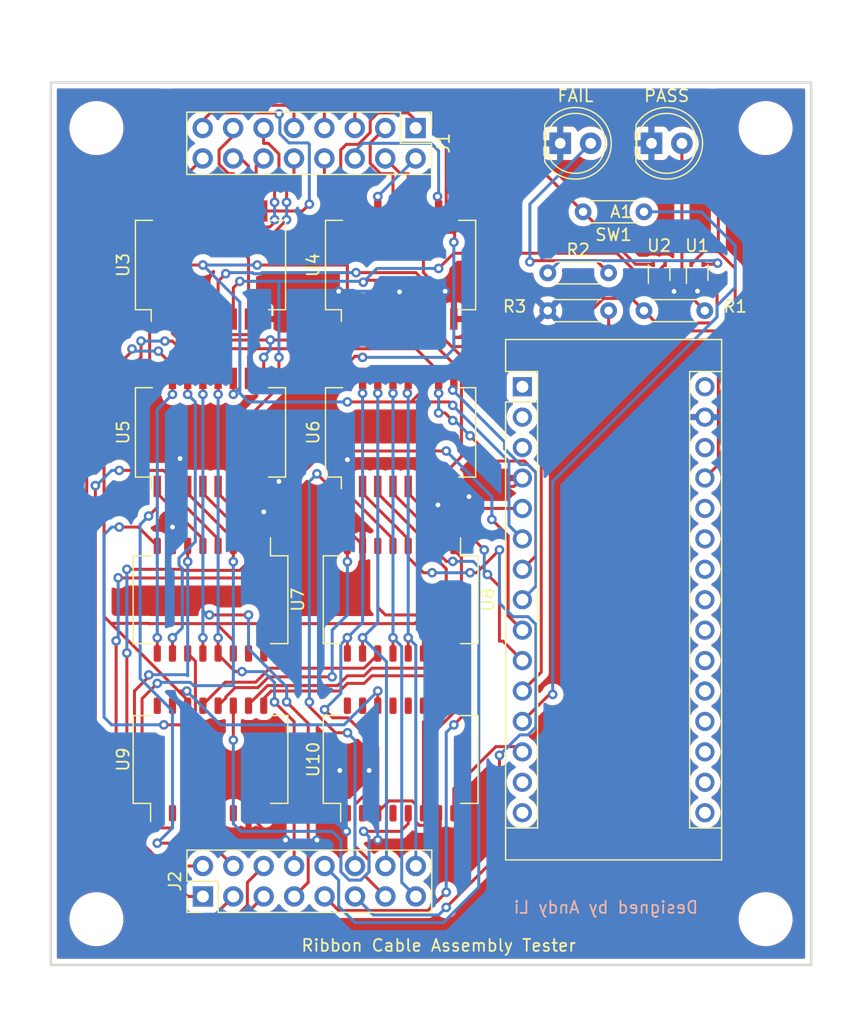
<source format=kicad_pcb>
(kicad_pcb (version 20211014) (generator pcbnew)
  (layers (0 "F.Cu" signal) (31 "B.Cu" signal) (34 "B.Paste" user) (35 "F.Paste" user) (36 "B.SilkS" user "B.Silkscreen") (37 "F.SilkS" user "F.Silkscreen") (38 "B.Mask" user) (39 "F.Mask" user) (44 "Edge.Cuts" user))
  (net 0 "")
  (net 4 "GNDREF")
  (net 5 "/Sel0")
  (net 6 "/Sel1")
  (net 7 "/Sel2")
  (net 8 "/Sel3")
  (net 9 "/FirstRowPass")
  (net 10 "/SecondRowPass")
  (net 11 "/LED_Power")
  (net 12 "/Start_but")
  (net 26 "/Vcc")
  (net 28 "+12V")
  (net 29 "Net-(D1-Pad2)")
  (net 30 "Net-(D2-Pad2)")
  (net 31 "Net-(J1-Pad1)")
  (net 32 "Net-(J1-Pad2)")
  (net 33 "Net-(J1-Pad3)")
  (net 34 "Net-(J1-Pad4)")
  (net 35 "Net-(J1-Pad5)")
  (net 36 "Net-(J1-Pad6)")
  (net 37 "Net-(J1-Pad7)")
  (net 38 "Net-(J1-Pad8)")
  (net 39 "Net-(J1-Pad9)")
  (net 40 "Net-(J1-Pad10)")
  (net 41 "Net-(J1-Pad11)")
  (net 42 "Net-(J1-Pad12)")
  (net 43 "Net-(J1-Pad13)")
  (net 44 "Net-(J1-Pad14)")
  (net 45 "Net-(J1-Pad15)")
  (net 46 "Net-(J1-Pad16)")
  (net 47 "Net-(R2-Pad1)")
  (net 50 "/notSel0")
  (net 51 "/sig1")
  (net 52 "/sig2")
  (net 53 "/sig3")
  (net 54 "/sig4")
  (net 55 "/sig5")
  (net 56 "/sig6")
  (net 57 "/sig7")
  (net 58 "/sig8")
  (net 59 "/sig9")
  (net 60 "/sig10")
  (net 61 "/sig11")
  (net 62 "/sig12")
  (net 63 "/sig13")
  (net 64 "/sig14")
  (net 65 "/sig15")
  (net 66 "/sig16")
  (net 67 "Net-(U7-Pad3)")
  (net 68 "Net-(U7-Pad6)")
  (net 69 "Net-(U7-Pad8)")
  (net 70 "Net-(U7-Pad11)")
  (net 71 "Net-(U8-Pad3)")
  (net 72 "Net-(U8-Pad6)")
  (net 73 "Net-(U8-Pad8)")
  (net 74 "Net-(U8-Pad11)")
  (net 75 "Net-(U10-Pad1)")
  (net 76 "Net-(U10-Pad2)")
  (net 77 "Net-(U10-Pad4)")
  (net 78 "Net-(U10-Pad5)")
  (net 79 "Net-(U10-Pad3)")
  (net 80 "Net-(U10-Pad10)")
  (net 84 "/Short_check")
  (footprint "Module:Arduino_Nano" (layer "F.Cu") (at 139.71 87.63)
    (fp_text reference "A1")
    (fp_text value "Arduino_Nano_v3.x")
  )
  (footprint "Resistor_THT:R_Axial_DIN0204_L3.6mm_D1.6mm_P5.08mm_Horizontal" (layer "F.Cu") (at 141.83 81.28)
    (fp_text reference "R3")
    (fp_text value "R_Small_US")
  )
  (footprint "Transformer_SMD:Transformer_Ethernet_Bel_S558-5999-T7-F" (layer "F.Cu") (at 129.54 77.47 90)
    (fp_text reference "U4")
    (fp_text value "74HCT237")
  )
  (footprint "Transformer_SMD:Transformer_Ethernet_Halo_N2_SO-16_7.11x12.7mm" (layer "F.Cu") (at 129.54 105.41 -90)
    (fp_text reference "U8")
    (fp_text value "74LS86")
  )
  (footprint "Transformer_SMD:Transformer_Ethernet_Halo_N2_SO-16_7.11x12.7mm" (layer "F.Cu") (at 129.54 118.745 90)
    (fp_text reference "U10")
    (fp_text value "74HC86")
  )
  (footprint "Resistor_THT:R_Axial_DIN0204_L3.6mm_D1.6mm_P5.08mm_Horizontal" (layer "F.Cu") (at 149.86 81.28)
    (fp_text reference "R1")
    (fp_text value "R_Small_US")
  )
  (footprint "Resistor_THT:R_Axial_DIN0204_L3.6mm_D1.6mm_P5.08mm_Horizontal" (layer "F.Cu") (at 141.83 78.13)
    (fp_text reference "R2")
    (fp_text value "R_Small_US")
  )
  (footprint "Transformer_SMD:Transformer_Ethernet_Bel_S558-5999-T7-F" (layer "F.Cu") (at 129.54 91.44 90)
    (fp_text reference "U6")
    (fp_text value "74LS151")
  )
  (footprint "Package_TO_SOT_SMD:SOT-553" (layer "F.Cu") (at 154.305 78.105 90)
    (fp_text reference "U1")
    (fp_text value "74LVC1GU04DRL")
  )
  (footprint "Transformer_SMD:Transformer_Ethernet_Bel_S558-5999-T7-F" (layer "F.Cu") (at 113.665 77.47 90)
    (fp_text reference "U3")
    (fp_text value "74HCT237")
  )
  (footprint "LED_THT:LED_D5.0mm" (layer "F.Cu") (at 142.87 67.31)
    (fp_text reference "FAIL")
    (fp_text value "LED_Small_Filled")
  )
  (footprint "MountingHole:MountingHole_3.5mm" (layer "F.Cu") (at 160.02 132.08)
    (fp_text reference "REF**" hide)
    (fp_text value "MountingHole_3.5mm")
  )
  (footprint "Connector_PinHeader_2.54mm:PinHeader_2x08_P2.54mm_Vertical" (layer "F.Cu") (at 113.03 130.18 90)
    (fp_text reference "J2")
    (fp_text value "Conn_02x08_Counter_Clockwise")
  )
  (footprint "Resistor_THT:R_Axial_DIN0204_L3.6mm_D1.6mm_P5.08mm_Horizontal" (layer "F.Cu") (at 149.86 73.025 180)
    (fp_text reference "SW1")
    (fp_text value "SW_Push")
  )
  (footprint "Package_TO_SOT_SMD:SOT-553" (layer "F.Cu") (at 151.13 78.105 90)
    (fp_text reference "U2")
    (fp_text value "74LVC1GU04DRL")
  )
  (footprint "LED_THT:LED_D5.0mm" (layer "F.Cu") (at 150.49 67.31)
    (fp_text reference "PASS")
    (fp_text value "LED_Small_Filled")
  )
  (footprint "Connector_PinHeader_2.54mm:PinHeader_2x08_P2.54mm_Vertical" (layer "F.Cu") (at 130.795 66.035 -90)
    (fp_text reference "J1")
    (fp_text value "Conn_02x08_Counter_Clockwise")
  )
  (footprint "MountingHole:MountingHole_3.5mm" (layer "F.Cu") (at 104.14 66.04)
    (fp_text reference "REF**" hide)
    (fp_text value "MountingHole_3.5mm")
  )
  (footprint "Transformer_SMD:Transformer_Ethernet_Halo_N2_SO-16_7.11x12.7mm" (layer "F.Cu") (at 113.665 118.745 90)
    (fp_text reference "U9")
    (fp_text value "74LS86")
  )
  (footprint "Transformer_SMD:Transformer_Ethernet_Bel_S558-5999-T7-F" (layer "F.Cu") (at 113.665 91.44 90)
    (fp_text reference "U5")
    (fp_text value "74LS151")
  )
  (footprint "MountingHole:MountingHole_3.5mm" (layer "F.Cu") (at 160.02 66.04)
    (fp_text reference "REF**" hide)
    (fp_text value "MountingHole_3.5mm")
  )
  (footprint "MountingHole:MountingHole_3.5mm" (layer "F.Cu") (at 104.14 132.08)
    (fp_text reference "REF**" hide)
    (fp_text value "MountingHole_3.5mm")
  )
  (footprint "Transformer_SMD:Transformer_Ethernet_Halo_N2_SO-16_7.11x12.7mm" (layer "F.Cu") (at 113.665 105.41 -90)
    (fp_text reference "U7")
    (fp_text value "74LS86")
  )
  (gr_line (start 163.83 135.89) (end 100.33 135.89) (layer "Edge.Cuts") (width 0.2))
  (gr_line (start 163.83 62.23) (end 163.83 135.89) (layer "Edge.Cuts") (width 0.2))
  (gr_line (start 100.33 62.23) (end 163.83 62.23) (layer "Edge.Cuts") (width 0.2))
  (gr_line (start 100.33 135.89) (end 100.33 62.23) (layer "Edge.Cuts") (width 0.2))
  (gr_text "Designed by Andy Li" (at 146.685 131.095) (layer "B.SilkS") (effects (font (size 1 1)) (justify mirror)))
  (gr_text "Ribbon Cable Assembly Tester" (at 132.715 134.27) (layer "F.SilkS") (effects (font (size 1 1))))
  (segment (start 128.905 80.257799) (end 129.4505 79.712299) (width 0.25) (layer "F.Cu") (net 4))
  (segment (start 125.1845 93.63) (end 130.81 93.63) (width 0.25) (layer "F.Cu") (net 4))
  (segment (start 131.3555 125.4695) (end 132.715 124.11) (width 0.25) (layer "F.Cu") (net 4))
  (segment (start 117.475 83.28098) (end 118.11 82.64598) (width 0.25) (layer "F.Cu") (net 4))
  (segment (start 115.57 94.265) (end 115.57 95.95) (width 0.25) (layer "F.Cu") (net 4))
  (segment (start 114.935 93.63) (end 115.57 94.265) (width 0.25) (layer "F.Cu") (net 4))
  (segment (start 124.281 125.4695) (end 125.0055 124.745) (width 0.25) (layer "F.Cu") (net 4))
  (segment (start 128.905 81.98) (end 128.905 80.257799) (width 0.25) (layer "F.Cu") (net 4))
  (segment (start 151.765 79.025) (end 151.765 79.66) (width 0.25) (layer "F.Cu") (net 4))
  (segment (start 133.985 95.95) (end 139.01 95.95) (width 0.25) (layer "F.Cu") (net 4))
  (segment (start 124.46 119.665) (end 126.9105 119.665) (width 0.25) (layer "F.Cu") (net 4))
  (segment (start 151.63 78.805) (end 151.63 78.89) (width 0.25) (layer "F.Cu") (net 4))
  (segment (start 116.84 123.2325) (end 116.84 123.321072) (width 0.25) (layer "F.Cu") (net 4))
  (segment (start 133.2605 79.66) (end 133.985 80.3845) (width 0.25) (layer "F.Cu") (net 4))
  (segment (start 131.445 94.265) (end 131.445 95.95) (width 0.25) (layer "F.Cu") (net 4))
  (segment (start 118.11 82.64598) (end 118.11 81.98) (width 0.25) (layer "F.Cu") (net 4))
  (segment (start 116.84 123.321072) (end 118.988428 125.4695) (width 0.25) (layer "F.Cu") (net 4))
  (segment (start 132.715 124.11) (end 132.715 123.2325) (width 0.25) (layer "F.Cu") (net 4))
  (segment (start 131.445 96.53) (end 132.412299 97.497299) (width 0.25) (layer "F.Cu") (net 4))
  (segment (start 131.445 95.95) (end 131.445 96.53) (width 0.25) (layer "F.Cu") (net 4))
  (segment (start 113.03 81.98) (end 113.03 82.56) (width 0.25) (layer "F.Cu") (net 4))
  (segment (start 123.606072 98.075) (end 118.11 98.075) (width 0.25) (layer "F.Cu") (net 4))
  (segment (start 139.01 95.95) (end 139.71 95.25) (width 0.25) (layer "F.Cu") (net 4))
  (segment (start 151.63 78.89) (end 151.765 79.025) (width 0.25) (layer "F.Cu") (net 4))
  (segment (start 152.358932 79.66) (end 152.371877 79.672945) (width 0.25) (layer "F.Cu") (net 4))
  (segment (start 133.985 80.3845) (end 133.985 81.98) (width 0.25) (layer "F.Cu") (net 4))
  (segment (start 113.03 82.56) (end 113.75098 83.28098) (width 0.25) (layer "F.Cu") (net 4))
  (segment (start 122.555 125.4695) (end 124.281 125.4695) (width 0.25) (layer "F.Cu") (net 4))
  (segment (start 132.412299 97.497299) (end 132.657701 97.497299) (width 0.25) (layer "F.Cu") (net 4))
  (segment (start 118.525 95.535) (end 118.11 95.95) (width 0.25) (layer "F.Cu") (net 4))
  (segment (start 135.255 96.805) (end 134.84 96.805) (width 0.25) (layer "F.Cu") (net 4))
  (segment (start 130.81 93.63) (end 131.445 94.265) (width 0.25) (layer "F.Cu") (net 4))
  (segment (start 118.988428 125.4695) (end 119.9255 125.4695) (width 0.25) (layer "F.Cu") (net 4))
  (segment (start 134.84 96.805) (end 133.985 95.95) (width 0.25) (layer "F.Cu") (net 4))
  (segment (start 154.334699 79.650101) (end 154.805 79.1798) (width 0.25) (layer "F.Cu") (net 4))
  (segment (start 110.49 100.9225) (end 110.49 99.345) (width 0.25) (layer "F.Cu") (net 4))
  (segment (start 113.75098 83.28098) (end 117.475 83.28098) (width 0.25) (layer "F.Cu") (net 4))
  (segment (start 111.125 93.63) (end 114.935 93.63) (width 0.25) (layer "F.Cu") (net 4))
  (segment (start 122.0505 81.98) (end 124.3705 79.66) (width 0.25) (layer "F.Cu") (net 4))
  (segment (start 126.365 100.9225) (end 126.365 100.833928) (width 0.25) (layer "F.Cu") (net 4))
  (segment (start 154.805 79.1798) (end 154.805 78.805) (width 0.25) (layer "F.Cu") (net 4))
  (segment (start 151.765 79.66) (end 152.358932 79.66) (width 0.25) (layer "F.Cu") (net 4))
  (segment (start 125.095 93.7195) (end 125.1845 93.63) (width 0.25) (layer "F.Cu") (net 4))
  (segment (start 119.38 95.535) (end 118.525 95.535) (width 0.25) (layer "F.Cu") (net 4))
  (segment (start 126.365 100.833928) (end 123.606072 98.075) (width 0.25) (layer "F.Cu") (net 4))
  (segment (start 127.635 125.4695) (end 131.3555 125.4695) (width 0.25) (layer "F.Cu") (net 4))
  (segment (start 118.11 81.98) (end 122.0505 81.98) (width 0.25) (layer "F.Cu") (net 4))
  (via (at 127.635 125.4695) (size 0.8) (drill 0.4) (layers "F.Cu" "B.Cu") (net 4))
  (via (at 119.9255 125.4695) (size 0.8) (drill 0.4) (layers "F.Cu" "B.Cu") (net 4))
  (via (at 111.125 93.63) (size 0.8) (drill 0.4) (layers "F.Cu" "B.Cu") (net 4))
  (via (at 125.0055 124.745) (size 0.8) (drill 0.4) (layers "F.Cu" "B.Cu") (net 4))
  (via (at 124.3705 79.66) (size 0.8) (drill 0.4) (layers "F.Cu" "B.Cu") (net 4))
  (via (at 122.555 125.4695) (size 0.8) (drill 0.4) (layers "F.Cu" "B.Cu") (net 4))
  (via (at 125.095 93.7195) (size 0.8) (drill 0.4) (layers "F.Cu" "B.Cu") (net 4))
  (via (at 135.255 96.805) (size 0.8) (drill 0.4) (layers "F.Cu" "B.Cu") (net 4))
  (via (at 124.46 119.665) (size 0.8) (drill 0.4) (layers "F.Cu" "B.Cu") (net 4))
  (via (at 110.49 99.345) (size 0.8) (drill 0.4) (layers "F.Cu" "B.Cu") (net 4))
  (via (at 119.38 95.535) (size 0.8) (drill 0.4) (layers "F.Cu" "B.Cu") (net 4))
  (via (at 129.4505 79.712299) (size 0.8) (drill 0.4) (layers "F.Cu" "B.Cu") (net 4))
  (via (at 154.334699 79.650101) (size 0.8) (drill 0.4) (layers "F.Cu" "B.Cu") (net 4))
  (via (at 132.657701 97.497299) (size 0.8) (drill 0.4) (layers "F.Cu" "B.Cu") (net 4))
  (via (at 126.9105 119.665) (size 0.8) (drill 0.4) (layers "F.Cu" "B.Cu") (net 4))
  (via (at 133.2605 79.66) (size 0.8) (drill 0.4) (layers "F.Cu" "B.Cu") (net 4))
  (via (at 118.11 98.075) (size 0.8) (drill 0.4) (layers "F.Cu" "B.Cu") (net 4))
  (via (at 152.371877 79.672945) (size 0.8) (drill 0.4) (layers "F.Cu" "B.Cu") (net 4))
  (segment (start 154.311855 79.672945) (end 153.047945 79.672945) (width 0.25) (layer "B.Cu") (net 4))
  (segment (start 127.635 120.3895) (end 127.635 125.4695) (width 0.25) (layer "B.Cu") (net 4))
  (segment (start 119.9255 125.4695) (end 122.555 125.4695) (width 0.25) (layer "B.Cu") (net 4))
  (segment (start 121.285 93.63) (end 125.095 93.63) (width 0.25) (layer "B.Cu") (net 4))
  (segment (start 154.334699 79.650101) (end 154.311855 79.672945) (width 0.25) (layer "B.Cu") (net 4))
  (segment (start 110.49 99.345) (end 110.49 94.265) (width 0.25) (layer "B.Cu") (net 4))
  (segment (start 132.715 79.66) (end 133.2605 79.66) (width 0.25) (layer "B.Cu") (net 4))
  (segment (start 118.11 96.805) (end 118.745 96.17) (width 0.25) (layer "B.Cu") (net 4))
  (segment (start 110.49 94.265) (end 111.125 93.63) (width 0.25) (layer "B.Cu") (net 4))
  (segment (start 129.502799 79.66) (end 132.715 79.66) (width 0.25) (layer "B.Cu") (net 4))
  (segment (start 125.0055 124.745) (end 125.0055 120.2105) (width 0.25) (layer "B.Cu") (net 4))
  (segment (start 129.398201 79.66) (end 129.4505 79.712299) (width 0.25) (layer "B.Cu") (net 4))
  (segment (start 118.745 96.17) (end 121.285 93.63) (width 0.25) (layer "B.Cu") (net 4))
  (segment (start 132.657701 97.497299) (end 134.562701 97.497299) (width 0.25) (layer "B.Cu") (net 4))
  (segment (start 129.4505 79.712299) (end 129.502799 79.66) (width 0.25) (layer "B.Cu") (net 4))
  (segment (start 143.437055 79.672945) (end 141.83 81.28) (width 0.25) (layer "B.Cu") (net 4))
  (segment (start 118.11 98.075) (end 118.11 96.805) (width 0.25) (layer "B.Cu") (net 4))
  (segment (start 124.3705 79.66) (end 129.398201 79.66) (width 0.25) (layer "B.Cu") (net 4))
  (segment (start 152.371877 79.672945) (end 153.047945 79.672945) (width 0.25) (layer "B.Cu") (net 4))
  (segment (start 118.745 96.17) (end 119.38 95.535) (width 0.25) (layer "B.Cu") (net 4))
  (segment (start 134.562701 97.497299) (end 135.255 96.805) (width 0.25) (layer "B.Cu") (net 4))
  (segment (start 125.095 93.63) (end 125.095 93.7195) (width 0.25) (layer "B.Cu") (net 4))
  (segment (start 126.9105 119.665) (end 127.635 120.3895) (width 0.25) (layer "B.Cu") (net 4))
  (segment (start 153.047945 79.672945) (end 143.437055 79.672945) (width 0.25) (layer "B.Cu") (net 4))
  (segment (start 125.0055 120.2105) (end 124.46 119.665) (width 0.25) (layer "B.Cu") (net 4))
  (segment (start 131.445 78.74) (end 131.445 81.98) (width 0.25) (layer "F.Cu") (net 5))
  (segment (start 132.715 96.53) (end 133.975 97.79) (width 0.25) (layer "F.Cu") (net 5))
  (segment (start 133.975 97.79) (end 139.71 97.79) (width 0.25) (layer "F.Cu") (net 5))
  (segment (start 130.81 78.105) (end 131.445 78.74) (width 0.25) (layer "F.Cu") (net 5))
  (segment (start 134.62 85.09) (end 133.81 84.28) (width 0.25) (layer "F.Cu") (net 5))
  (segment (start 125.8195 78.105) (end 130.81 78.105) (width 0.25) (layer "F.Cu") (net 5))
  (segment (start 150.604031 79.805969) (end 145.269031 79.805969) (width 0.25) (layer "F.Cu") (net 5))
  (segment (start 131.454511 83.194511) (end 131.445 83.185) (width 0.25) (layer "F.Cu") (net 5))
  (segment (start 114.3 78.8295) (end 114.3 81.98) (width 0.25) (layer "F.Cu") (net 5))
  (segment (start 131.445 83.185) (end 131.445 81.98) (width 0.25) (layer "F.Cu") (net 5))
  (segment (start 132.715 95.37) (end 134.62 93.465) (width 0.25) (layer "F.Cu") (net 5))
  (segment (start 114.935 78.1945) (end 114.3 78.8295) (width 0.25) (layer "F.Cu") (net 5))
  (segment (start 145.269031 79.805969) (end 140.795 84.28) (width 0.25) (layer "F.Cu") (net 5))
  (segment (start 132.724511 83.194511) (end 131.454511 83.194511) (width 0.25) (layer "F.Cu") (net 5))
  (segment (start 140.795 84.28) (end 133.81 84.28) (width 0.25) (layer "F.Cu") (net 5))
  (segment (start 151.13 79.28) (end 150.604031 79.805969) (width 0.25) (layer "F.Cu") (net 5))
  (segment (start 133.81 84.28) (end 132.724511 83.194511) (width 0.25) (layer "F.Cu") (net 5))
  (segment (start 134.62 93.465) (end 134.62 85.09) (width 0.25) (layer "F.Cu") (net 5))
  (segment (start 132.715 95.95) (end 132.715 95.37) (width 0.25) (layer "F.Cu") (net 5))
  (segment (start 132.715 95.95) (end 132.715 96.53) (width 0.25) (layer "F.Cu") (net 5))
  (segment (start 151.13 78.805) (end 151.13 79.28) (width 0.25) (layer "F.Cu") (net 5))
  (via (at 125.8195 78.105) (size 0.8) (drill 0.4) (layers "F.Cu" "B.Cu") (net 5))
  (via (at 114.935 78.1945) (size 0.8) (drill 0.4) (layers "F.Cu" "B.Cu") (net 5))
  (segment (start 117.954114 78.105) (end 117.864603 78.194511) (width 0.25) (layer "B.Cu") (net 5))
  (segment (start 117.864603 78.194511) (end 117.264397 78.194511) (width 0.25) (layer "B.Cu") (net 5))
  (segment (start 117.174886 78.105) (end 115.0245 78.105) (width 0.25) (layer "B.Cu") (net 5))
  (segment (start 115.0245 78.105) (end 114.935 78.1945) (width 0.25) (layer "B.Cu") (net 5))
  (segment (start 117.264397 78.194511) (end 117.174886 78.105) (width 0.25) (layer "B.Cu") (net 5))
  (segment (start 125.8195 78.105) (end 117.954114 78.105) (width 0.25) (layer "B.Cu") (net 5))
  (segment (start 131.445 87.858359) (end 131.445 86.93) (width 0.25) (layer "F.Cu") (net 6))
  (segment (start 130.403359 88.9) (end 131.445 87.858359) (width 0.25) (layer "F.Cu") (net 6))
  (segment (start 113.03 77.47) (end 109.22 77.47) (width 0.25) (layer "F.Cu") (net 6))
  (segment (start 133.6105 88.9) (end 133.8955 89.185) (width 0.25) (layer "F.Cu") (net 6))
  (segment (start 117.5645 77.47) (end 125.095 77.47) (width 0.25) (layer "F.Cu") (net 6))
  (segment (start 125.095 88.9) (end 130.403359 88.9) (width 0.25) (layer "F.Cu") (net 6))
  (segment (start 125.095 77.47) (end 125.095 81.98) (width 0.25) (layer "F.Cu") (net 6))
  (segment (start 109.22 77.47) (end 109.22 81.98) (width 0.25) (layer "F.Cu") (net 6))
  (segment (start 115.57 88.265) (end 115.57 86.93) (width 0.25) (layer "F.Cu") (net 6))
  (segment (start 130.403359 88.9) (end 133.6105 88.9) (width 0.25) (layer "F.Cu") (net 6))
  (via (at 133.8955 89.185) (size 0.8) (drill 0.4) (layers "F.Cu" "B.Cu") (net 6))
  (via (at 115.57 88.265) (size 0.8) (drill 0.4) (layers "F.Cu" "B.Cu") (net 6))
  (via (at 113.03 77.47) (size 0.8) (drill 0.4) (layers "F.Cu" "B.Cu") (net 6))
  (via (at 117.5645 77.47) (size 0.8) (drill 0.4) (layers "F.Cu" "B.Cu") (net 6))
  (via (at 125.095 88.9) (size 0.8) (drill 0.4) (layers "F.Cu" "B.Cu") (net 6))
  (segment (start 125.095 88.9) (end 116.84 88.9) (width 0.25) (layer "B.Cu") (net 6))
  (segment (start 138.585489 99.205489) (end 139.71 100.33) (width 0.25) (layer "B.Cu") (net 6))
  (segment (start 138.585489 93.874989) (end 138.585489 99.205489) (width 0.25) (layer "B.Cu") (net 6))
  (segment (start 133.8955 89.185) (end 138.585489 93.874989) (width 0.25) (layer "B.Cu") (net 6))
  (segment (start 116.84 88.9) (end 116.1155 88.1755) (width 0.25) (layer "B.Cu") (net 6))
  (segment (start 116.1155 87.7195) (end 115.57 88.265) (width 0.25) (layer "B.Cu") (net 6))
  (segment (start 117.5645 77.47) (end 113.03 77.47) (width 0.25) (layer "B.Cu") (net 6))
  (segment (start 116.1155 88.1755) (end 116.1155 87.7195) (width 0.25) (layer "B.Cu") (net 6))
  (segment (start 113.03 77.47) (end 116.1155 80.5555) (width 0.25) (layer "B.Cu") (net 6))
  (segment (start 116.1155 80.5555) (end 116.1155 87.7195) (width 0.25) (layer "B.Cu") (net 6))
  (segment (start 110.49 83.175489) (end 111.76 84.445489) (width 0.25) (layer "F.Cu") (net 7))
  (segment (start 140.834511 101.745489) (end 139.71 102.87) (width 0.25) (layer "F.Cu") (net 7))
  (segment (start 116.84 85.09) (end 116.84 86.93) (width 0.25) (layer "F.Cu") (net 7))
  (segment (start 133.2605 89.82) (end 133.8955 90.455) (width 0.25) (layer "F.Cu") (net 7))
  (segment (start 139.884811 93.834511) (end 140.834511 94.784211) (width 0.25) (layer "F.Cu") (net 7))
  (segment (start 132.715 86.93) (end 132.715 88.1755) (width 0.25) (layer "F.Cu") (net 7))
  (segment (start 125.095 84.455) (end 126.365 83.185) (width 0.25) (layer "F.Cu") (net 7))
  (segment (start 110.49 81.98) (end 110.49 83.175489) (width 0.25) (layer "F.Cu") (net 7))
  (segment (start 111.76 84.455) (end 117.475 84.455) (width 0.25) (layer "F.Cu") (net 7))
  (segment (start 140.834511 94.784211) (end 140.834511 101.745489) (width 0.25) (layer "F.Cu") (net 7))
  (segment (start 132.715 89.82) (end 133.2605 89.82) (width 0.25) (layer "F.Cu") (net 7))
  (segment (start 117.475 84.455) (end 125.095 84.455) (width 0.25) (layer "F.Cu") (net 7))
  (segment (start 130.82 84.455) (end 132.715 86.35) (width 0.25) (layer "F.Cu") (net 7))
  (segment (start 125.095 84.455) (end 130.82 84.455) (width 0.25) (layer "F.Cu") (net 7))
  (segment (start 137.454011 93.834511) (end 139.884811 93.834511) (width 0.25) (layer "F.Cu") (net 7))
  (segment (start 117.475 84.455) (end 116.84 85.09) (width 0.25) (layer "F.Cu") (net 7))
  (segment (start 135.3445 91.725) (end 137.454011 93.834511) (width 0.25) (layer "F.Cu") (net 7))
  (segment (start 132.715 86.35) (end 132.715 86.93) (width 0.25) (layer "F.Cu") (net 7))
  (segment (start 126.365 83.185) (end 126.365 81.98) (width 0.25) (layer "F.Cu") (net 7))
  (segment (start 111.76 84.445489) (end 111.76 84.455) (width 0.25) (layer "F.Cu") (net 7))
  (via (at 135.3445 91.725) (size 0.8) (drill 0.4) (layers "F.Cu" "B.Cu") (net 7))
  (via (at 132.715 88.1755) (size 0.8) (drill 0.4) (layers "F.Cu" "B.Cu") (net 7))
  (via (at 133.8955 90.455) (size 0.8) (drill 0.4) (layers "F.Cu" "B.Cu") (net 7))
  (via (at 132.715 89.82) (size 0.8) (drill 0.4) (layers "F.Cu" "B.Cu") (net 7))
  (segment (start 133.8955 90.455) (end 134.0745 90.455) (width 0.25) (layer "B.Cu") (net 7))
  (segment (start 132.715 88.1755) (end 132.715 89.82) (width 0.25) (layer "B.Cu") (net 7))
  (segment (start 134.0745 90.455) (end 135.3445 91.725) (width 0.25) (layer "B.Cu") (net 7))
  (segment (start 133.985 85.725) (end 133.985 86.93) (width 0.25) (layer "F.Cu") (net 8))
  (segment (start 132.08 83.82) (end 133.985 85.725) (width 0.25) (layer "F.Cu") (net 8))
  (segment (start 127.635 82.73548) (end 128.71952 83.82) (width 0.25) (layer "F.Cu") (net 8))
  (segment (start 127.635 81.28) (end 127.635 81.98) (width 0.25) (layer "F.Cu") (net 8))
  (segment (start 127.635 81.98) (end 127.635 82.73548) (width 0.25) (layer "F.Cu") (net 8))
  (segment (start 118.6555 83.7305) (end 125.183782 83.7305) (width 0.25) (layer "F.Cu") (net 8))
  (segment (start 118.11 85.1795) (end 118.11 86.93) (width 0.25) (layer "F.Cu") (net 8))
  (segment (start 127 80.645) (end 127.635 81.28) (width 0.25) (layer "F.Cu") (net 8))
  (segment (start 118.6555 83.7305) (end 112.9305 83.7305) (width 0.25) (layer "F.Cu") (net 8))
  (segment (start 133.985 86.93) (end 133.985 87.8255) (width 0.25) (layer "F.Cu") (net 8))
  (segment (start 128.71952 83.82) (end 132.08 83.82) (width 0.25) (layer "F.Cu") (net 8))
  (segment (start 112.9305 83.7305) (end 111.76 82.56) (width 0.25) (layer "F.Cu") (net 8))
  (segment (start 125.730489 80.765489) (end 125.850978 80.645) (width 0.25) (layer "F.Cu") (net 8))
  (segment (start 111.76 82.56) (end 111.76 81.98) (width 0.25) (layer "F.Cu") (net 8))
  (segment (start 125.730489 83.183793) (end 125.730489 80.765489) (width 0.25) (layer "F.Cu") (net 8))
  (segment (start 125.850978 80.645) (end 127 80.645) (width 0.25) (layer "F.Cu") (net 8))
  (segment (start 125.183782 83.7305) (end 125.730489 83.183793) (width 0.25) (layer "F.Cu") (net 8))
  (segment (start 133.985 87.8255) (end 133.8955 87.915) (width 0.25) (layer "F.Cu") (net 8))
  (via (at 118.6555 83.7305) (size 0.8) (drill 0.4) (layers "F.Cu" "B.Cu") (net 8))
  (via (at 133.8955 87.915) (size 0.8) (drill 0.4) (layers "F.Cu" "B.Cu") (net 8))
  (via (at 118.11 85.1795) (size 0.8) (drill 0.4) (layers "F.Cu" "B.Cu") (net 8))
  (segment (start 140.834511 104.285489) (end 139.71 105.41) (width 0.25) (layer "B.Cu") (net 8))
  (segment (start 118.11 85.09) (end 118.11 85.1795) (width 0.25) (layer "B.Cu") (net 8))
  (segment (start 139.535189 94.125489) (end 140.175789 94.125489) (width 0.25) (layer "B.Cu") (net 8))
  (segment (start 140.834511 94.784211) (end 140.834511 104.285489) (width 0.25) (layer "B.Cu") (net 8))
  (segment (start 133.8955 87.915) (end 138.224711 92.244211) (width 0.25) (layer "B.Cu") (net 8))
  (segment (start 138.224711 92.244211) (end 138.224711 92.815011) (width 0.25) (layer "B.Cu") (net 8))
  (segment (start 118.6555 84.5445) (end 118.11 85.09) (width 0.25) (layer "B.Cu") (net 8))
  (segment (start 140.175789 94.125489) (end 140.834511 94.784211) (width 0.25) (layer "B.Cu") (net 8))
  (segment (start 138.224711 92.815011) (end 139.535189 94.125489) (width 0.25) (layer "B.Cu") (net 8))
  (segment (start 118.6555 83.7305) (end 118.6555 84.5445) (width 0.25) (layer "B.Cu") (net 8))
  (segment (start 114.3 96.53) (end 114.934511 97.164511) (width 0.25) (layer "F.Cu") (net 9))
  (segment (start 114.934511 97.164511) (end 119.020489 97.164511) (width 0.25) (layer "F.Cu") (net 9))
  (segment (start 138.519511 100.069511) (end 138.519511 106.759511) (width 0.25) (layer "F.Cu") (net 9))
  (segment (start 114.3 95.95) (end 114.3 96.53) (width 0.25) (layer "F.Cu") (net 9))
  (segment (start 123.19 92.995) (end 133.35 92.995) (width 0.25) (layer "F.Cu") (net 9))
  (segment (start 137.16 98.71) (end 138.519511 100.069511) (width 0.25) (layer "F.Cu") (net 9))
  (segment (start 138.519511 106.759511) (end 139.71 107.95) (width 0.25) (layer "F.Cu") (net 9))
  (segment (start 119.020489 97.164511) (end 123.19 92.995) (width 0.25) (layer "F.Cu") (net 9))
  (via (at 137.16 98.71) (size 0.8) (drill 0.4) (layers "F.Cu" "B.Cu") (net 9))
  (via (at 133.35 92.995) (size 0.8) (drill 0.4) (layers "F.Cu" "B.Cu") (net 9))
  (segment (start 137.16 96.805) (end 137.16 98.71) (width 0.25) (layer "B.Cu") (net 9))
  (segment (start 133.35 92.995) (end 137.16 96.805) (width 0.25) (layer "B.Cu") (net 9))
  (segment (start 134.28644 99.01144) (end 136.525 101.25) (width 0.25) (layer "F.Cu") (net 10))
  (segment (start 130.175 95.95) (end 130.175 96.53) (width 0.25) (layer "F.Cu") (net 10))
  (segment (start 132.65644 99.01144) (end 134.28644 99.01144) (width 0.25) (layer "F.Cu") (net 10))
  (segment (start 136.793511 103.305049) (end 137.795 104.306538) (width 0.25) (layer "F.Cu") (net 10))
  (segment (start 137.795 104.306538) (end 137.795 108.87) (width 0.25) (layer "F.Cu") (net 10))
  (segment (start 138.09 108.87) (end 139.71 110.49) (width 0.25) (layer "F.Cu") (net 10))
  (segment (start 137.795 108.87) (end 138.09 108.87) (width 0.25) (layer "F.Cu") (net 10))
  (segment (start 130.175 96.53) (end 132.65644 99.01144) (width 0.25) (layer "F.Cu") (net 10))
  (via (at 136.525 101.25) (size 0.8) (drill 0.4) (layers "F.Cu" "B.Cu") (net 10))
  (via (at 136.793511 103.305049) (size 0.8) (drill 0.4) (layers "F.Cu" "B.Cu") (net 10))
  (segment (start 136.525 101.25) (end 136.525 103.036538) (width 0.25) (layer "B.Cu") (net 10))
  (segment (start 136.525 103.036538) (end 136.793511 103.305049) (width 0.25) (layer "B.Cu") (net 10))
  (segment (start 154.330489 78.255489) (end 155.440489 78.255489) (width 0.25) (layer "F.Cu") (net 11))
  (segment (start 155.470489 82.304511) (end 150.884511 82.304511) (width 0.25) (layer "F.Cu") (net 11))
  (segment (start 146.485633 80.255489) (end 141.284031 85.457091) (width 0.25) (layer "F.Cu") (net 11))
  (segment (start 154.305 78.805) (end 154.305 78.280978) (width 0.25) (layer "F.Cu") (net 11))
  (segment (start 148.835489 80.255489) (end 146.485633 80.255489) (width 0.25) (layer "F.Cu") (net 11))
  (segment (start 141.284031 85.457091) (end 141.284031 111.455969) (width 0.25) (layer "F.Cu") (net 11))
  (segment (start 155.440489 78.255489) (end 155.964511 78.779511) (width 0.25) (layer "F.Cu") (net 11))
  (segment (start 154.305 78.280978) (end 154.330489 78.255489) (width 0.25) (layer "F.Cu") (net 11))
  (segment (start 150.884511 82.304511) (end 149.86 81.28) (width 0.25) (layer "F.Cu") (net 11))
  (segment (start 141.284031 111.455969) (end 139.71 113.03) (width 0.25) (layer "F.Cu") (net 11))
  (segment (start 149.86 81.28) (end 148.835489 80.255489) (width 0.25) (layer "F.Cu") (net 11))
  (segment (start 155.964511 81.810489) (end 155.470489 82.304511) (width 0.25) (layer "F.Cu") (net 11))
  (segment (start 155.964511 78.779511) (end 155.964511 81.810489) (width 0.25) (layer "F.Cu") (net 11))
  (segment (start 142.24 113.315) (end 141.965 113.315) (width 0.25) (layer "F.Cu") (net 12))
  (segment (start 141.965 113.315) (end 139.71 115.57) (width 0.25) (layer "F.Cu") (net 12))
  (via (at 142.24 113.315) (size 0.8) (drill 0.4) (layers "F.Cu" "B.Cu") (net 12))
  (segment (start 142.24 95.535) (end 142.24 113.315) (width 0.25) (layer "B.Cu") (net 12))
  (segment (start 155.964511 81.810489) (end 142.24 95.535) (width 0.25) (layer "B.Cu") (net 12))
  (segment (start 157.48 79.340144) (end 155.964511 80.855633) (width 0.25) (layer "B.Cu") (net 12))
  (segment (start 149.86 73.025) (end 154.655 73.025) (width 0.25) (layer "B.Cu") (net 12))
  (segment (start 154.655 73.025) (end 157.48 75.85) (width 0.25) (layer "B.Cu") (net 12))
  (segment (start 155.964511 80.855633) (end 155.964511 81.810489) (width 0.25) (layer "B.Cu") (net 12))
  (segment (start 157.48 75.85) (end 157.48 79.340144) (width 0.25) (layer "B.Cu") (net 12))
  (segment (start 115.57 108.830386) (end 114.144125 107.404511) (width 0.25) (layer "F.Cu") (net 26))
  (segment (start 126.2755 85.09) (end 125.73 85.09) (width 0.25) (layer "F.Cu") (net 26))
  (segment (start 131.445 107.95) (end 131.445 109.8975) (width 0.25) (layer "F.Cu") (net 26))
  (segment (start 134.049502 75.500498) (end 133.985 75.565) (width 0.25) (layer "F.Cu") (net 26))
  (segment (start 114.144125 107.404511) (end 108.495489 107.404511) (width 0.25) (layer "F.Cu") (net 26))
  (segment (start 154.94 62.865) (end 155.575 63.5) (width 0.25) (layer "F.Cu") (net 26))
  (segment (start 155.575 70.485) (end 156.074511 70.984511) (width 0.25) (layer "F.Cu") (net 26))
  (segment (start 156.074511 76.349511) (end 157.48 77.755) (width 0.25) (layer "F.Cu") (net 26))
  (segment (start 104.775 91.375) (end 109.22 86.93) (width 0.25) (layer "F.Cu") (net 26))
  (segment (start 111.76 113.796072) (end 111.059464 113.095536) (width 0.25) (layer "F.Cu") (net 26))
  (segment (start 108.585489 86.295489) (end 109.22 86.93) (width 0.25) (layer "F.Cu") (net 26))
  (segment (start 111.68098 113.03) (end 111.125 113.03) (width 0.25) (layer "F.Cu") (net 26))
  (segment (start 125.73 85.09) (end 125.095 85.725) (width 0.25) (layer "F.Cu") (net 26))
  (segment (start 139.065 62.865) (end 139.065 67.31) (width 0.25) (layer "F.Cu") (net 26))
  (segment (start 125.095 85.725) (end 125.095 86.93) (width 0.25) (layer "F.Cu") (net 26))
  (segment (start 111.125 113.03) (end 111.059464 113.095536) (width 0.25) (layer "F.Cu") (net 26))
  (segment (start 104.775 106.811072) (end 104.775 91.375) (width 0.25) (layer "F.Cu") (net 26))
  (segment (start 109.22 72.96) (end 108.585489 73.594511) (width 0.25) (layer "F.Cu") (net 26))
  (segment (start 115.57 109.8975) (end 115.57 108.830386) (width 0.25) (layer "F.Cu") (net 26))
  (segment (start 157.48 77.755) (end 157.48 81.565) (width 0.25) (layer "F.Cu") (net 26))
  (segment (start 134.049502 74.74452) (end 134.049502 75.500498) (width 0.25) (layer "F.Cu") (net 26))
  (segment (start 146.91 82.425) (end 147.455489 82.970489) (width 0.25) (layer "F.Cu") (net 26))
  (segment (start 139.065 67.31) (end 144.78 73.025) (width 0.25) (layer "F.Cu") (net 26))
  (segment (start 114.144125 107.404511) (end 130.720489 107.404511) (width 0.25) (layer "F.Cu") (net 26))
  (segment (start 126.17952 74.74452) (end 125.095 73.66) (width 0.25) (layer "F.Cu") (net 26))
  (segment (start 109.22 64.135) (end 110.49 62.865) (width 0.25) (layer "F.Cu") (net 26))
  (segment (start 149.16 77.405) (end 144.78 73.025) (width 0.25) (layer "F.Cu") (net 26))
  (segment (start 150.63 77.405) (end 149.16 77.405) (width 0.25) (layer "F.Cu") (net 26))
  (segment (start 108.585489 73.594511) (end 108.585489 86.295489) (width 0.25) (layer "F.Cu") (net 26))
  (segment (start 108.471514 107.380536) (end 105.344464 107.380536) (width 0.25) (layer "F.Cu") (net 26))
  (segment (start 111.059464 113.095536) (end 105.344464 107.380536) (width 0.25) (layer "F.Cu") (net 26))
  (segment (start 130.81 107.315) (end 131.445 107.95) (width 0.25) (layer "F.Cu") (net 26))
  (segment (start 134.049502 74.74452) (end 126.17952 74.74452) (width 0.25) (layer "F.Cu") (net 26))
  (segment (start 125.095 73.66) (end 125.095 72.96) (width 0.25) (layer "F.Cu") (net 26))
  (segment (start 139.065 62.865) (end 154.94 62.865) (width 0.25) (layer "F.Cu") (net 26))
  (segment (start 139.065 69.729022) (end 134.049502 74.74452) (width 0.25) (layer "F.Cu") (net 26))
  (segment (start 130.720489 107.404511) (end 130.81 107.315) (width 0.25) (layer "F.Cu") (net 26))
  (segment (start 109.22 72.96) (end 109.22 64.135) (width 0.25) (layer "F.Cu") (net 26))
  (segment (start 110.49 62.865) (end 139.065 62.865) (width 0.25) (layer "F.Cu") (net 26))
  (segment (start 156.074511 82.970489) (end 156.074511 94.125489) (width 0.25) (layer "F.Cu") (net 26))
  (segment (start 157.48 81.565) (end 156.074511 82.970489) (width 0.25) (layer "F.Cu") (net 26))
  (segment (start 105.344464 107.380536) (end 104.775 106.811072) (width 0.25) (layer "F.Cu") (net 26))
  (segment (start 156.074511 70.984511) (end 156.074511 76.349511) (width 0.25) (layer "F.Cu") (net 26))
  (segment (start 111.76 114.2575) (end 111.76 113.796072) (width 0.25) (layer "F.Cu") (net 26))
  (segment (start 156.074511 94.125489) (end 154.95 95.25) (width 0.25) (layer "F.Cu") (net 26))
  (segment (start 154.860489 76.349511) (end 156.074511 76.349511) (width 0.25) (layer "F.Cu") (net 26))
  (segment (start 139.065 67.31) (end 139.065 69.729022) (width 0.25) (layer "F.Cu") (net 26))
  (segment (start 127.635 114.2575) (end 127.635 113.03) (width 0.25) (layer "F.Cu") (net 26))
  (segment (start 155.575 63.5) (end 155.575 70.485) (width 0.25) (layer "F.Cu") (net 26))
  (segment (start 108.495489 107.404511) (end 108.471514 107.380536) (width 0.25) (layer "F.Cu") (net 26))
  (segment (start 146.91 81.28) (end 146.91 82.425) (width 0.25) (layer "F.Cu") (net 26))
  (segment (start 147.455489 82.970489) (end 156.074511 82.970489) (width 0.25) (layer "F.Cu") (net 26))
  (segment (start 153.805 77.405) (end 154.860489 76.349511) (width 0.25) (layer "F.Cu") (net 26))
  (segment (start 126.365 85.1795) (end 126.2755 85.09) (width 0.25) (layer "F.Cu") (net 26))
  (via (at 133.985 75.565) (size 0.8) (drill 0.4) (layers "F.Cu" "B.Cu") (net 26))
  (via (at 111.68098 113.03) (size 0.8) (drill 0.4) (layers "F.Cu" "B.Cu") (net 26))
  (via (at 127.635 113.03) (size 0.8) (drill 0.4) (layers "F.Cu" "B.Cu") (net 26))
  (via (at 126.365 85.1795) (size 0.8) (drill 0.4) (layers "F.Cu" "B.Cu") (net 26))
  (segment (start 133.2605 85.1795) (end 126.365 85.1795) (width 0.25) (layer "B.Cu") (net 26))
  (segment (start 133.985 84.455) (end 133.2605 85.1795) (width 0.25) (layer "B.Cu") (net 26))
  (segment (start 114.50598 115.855) (end 111.68098 113.03) (width 0.25) (layer "B.Cu") (net 26))
  (segment (start 127.635 113.03) (end 124.81 115.855) (width 0.25) (layer "B.Cu") (net 26))
  (segment (start 133.985 75.565) (end 133.985 84.455) (width 0.25) (layer "B.Cu") (net 26))
  (segment (start 124.81 115.855) (end 114.50598 115.855) (width 0.25) (layer "B.Cu") (net 26))
  (segment (start 154.94 81.28) (end 153.03 79.37) (width 0.25) (layer "F.Cu") (net 29))
  (segment (start 153.03 79.37) (end 153.03 67.31) (width 0.25) (layer "F.Cu") (net 29))
  (segment (start 146.91 78.13) (end 145.885489 77.105489) (width 0.25) (layer "F.Cu") (net 30))
  (segment (start 145.885489 77.105489) (end 140.439011 77.105489) (width 0.25) (layer "F.Cu") (net 30))
  (segment (start 140.439011 77.105489) (end 140.335 77.2095) (width 0.25) (layer "F.Cu") (net 30))
  (via (at 140.335 77.2095) (size 0.8) (drill 0.4) (layers "F.Cu" "B.Cu") (net 30))
  (segment (start 140.335 72.385) (end 145.41 67.31) (width 0.25) (layer "B.Cu") (net 30))
  (segment (start 140.335 77.2095) (end 140.335 72.385) (width 0.25) (layer "B.Cu") (net 30))
  (segment (start 127.635 64.77) (end 127 65.405) (width 0.25) (layer "F.Cu") (net 31))
  (segment (start 130.795 66.035) (end 130.795 65.39) (width 0.25) (layer "F.Cu") (net 31))
  (segment (start 130.795 65.39) (end 130.175 64.77) (width 0.25) (layer "F.Cu") (net 31))
  (segment (start 127 66.41101) (end 126.010521 67.400489) (width 0.25) (layer "F.Cu") (net 31))
  (segment (start 126.010521 67.400489) (end 125.004511 67.400489) (width 0.25) (layer "F.Cu") (net 31))
  (segment (start 124.540489 69.930489) (end 126.365 71.755) (width 0.25) (layer "F.Cu") (net 31))
  (segment (start 130.175 64.77) (end 127.635 64.77) (width 0.25) (layer "F.Cu") (net 31))
  (segment (start 125.004511 67.400489) (end 124.540489 67.864511) (width 0.25) (layer "F.Cu") (net 31))
  (segment (start 124.540489 67.864511) (end 124.540489 69.930489) (width 0.25) (layer "F.Cu") (net 31))
  (segment (start 127 65.405) (end 127 66.41101) (width 0.25) (layer "F.Cu") (net 31))
  (segment (start 126.365 71.755) (end 126.365 72.96) (width 0.25) (layer "F.Cu") (net 31))
  (segment (start 127.635 72.96) (end 127.635 71.755) (width 0.25) (layer "F.Cu") (net 32))
  (via (at 127.635 71.755) (size 0.8) (drill 0.4) (layers "F.Cu" "B.Cu") (net 32))
  (segment (start 127.635 71.735) (end 130.795 68.575) (width 0.25) (layer "B.Cu") (net 32))
  (segment (start 127.635 71.755) (end 127.635 71.735) (width 0.25) (layer "B.Cu") (net 32))
  (segment (start 127 68.98101) (end 127 67.29) (width 0.25) (layer "F.Cu") (net 33))
  (segment (start 128.905 69.860718) (end 128.894282 69.85) (width 0.25) (layer "F.Cu") (net 33))
  (segment (start 128.905 72.96) (end 128.905 69.860718) (width 0.25) (layer "F.Cu") (net 33))
  (segment (start 127.86899 69.85) (end 127 68.98101) (width 0.25) (layer "F.Cu") (net 33))
  (segment (start 127 67.29) (end 128.255 66.035) (width 0.25) (layer "F.Cu") (net 33))
  (segment (start 128.894282 69.85) (end 127.86899 69.85) (width 0.25) (layer "F.Cu") (net 33))
  (segment (start 130.175 69.85) (end 129.53 69.85) (width 0.25) (layer "F.Cu") (net 34))
  (segment (start 130.175 72.96) (end 130.175 69.85) (width 0.25) (layer "F.Cu") (net 34))
  (segment (start 129.53 69.85) (end 128.255 68.575) (width 0.25) (layer "F.Cu") (net 34))
  (segment (start 131.445 73.66) (end 131.445 72.96) (width 0.25) (layer "F.Cu") (net 35))
  (segment (start 125.715 64.785) (end 126.365 64.135) (width 0.25) (layer "F.Cu") (net 35))
  (segment (start 133.35 74.174022) (end 133.229022 74.295) (width 0.25) (layer "F.Cu") (net 35))
  (segment (start 125.715 66.035) (end 125.715 64.785) (width 0.25) (layer "F.Cu") (net 35))
  (segment (start 133.229022 74.295) (end 132.08 74.295) (width 0.25) (layer "F.Cu") (net 35))
  (segment (start 132.715 64.135) (end 133.35 64.77) (width 0.25) (layer "F.Cu") (net 35))
  (segment (start 126.365 64.135) (end 132.715 64.135) (width 0.25) (layer "F.Cu") (net 35))
  (segment (start 133.35 64.77) (end 133.35 74.174022) (width 0.25) (layer "F.Cu") (net 35))
  (segment (start 132.08 74.295) (end 131.445 73.66) (width 0.25) (layer "F.Cu") (net 35))
  (segment (start 132.715 72.96) (end 132.715 71.8445) (width 0.25) (layer "F.Cu") (net 36))
  (segment (start 132.715 71.8445) (end 132.6255 71.755) (width 0.25) (layer "F.Cu") (net 36))
  (via (at 132.6255 71.755) (size 0.8) (drill 0.4) (layers "F.Cu" "B.Cu") (net 36))
  (segment (start 125.715 67.96) (end 125.715 68.575) (width 0.25) (layer "B.Cu") (net 36))
  (segment (start 126.365 67.31) (end 125.715 67.96) (width 0.25) (layer "B.Cu") (net 36))
  (segment (start 132.6255 71.755) (end 132.715 71.6655) (width 0.25) (layer "B.Cu") (net 36))
  (segment (start 132.715 67.945) (end 132.08 67.31) (width 0.25) (layer "B.Cu") (net 36))
  (segment (start 132.715 71.6655) (end 132.715 67.945) (width 0.25) (layer "B.Cu") (net 36))
  (segment (start 132.08 67.31) (end 126.365 67.31) (width 0.25) (layer "B.Cu") (net 36))
  (segment (start 133.985 64.135) (end 133.35 63.5) (width 0.25) (layer "F.Cu") (net 37))
  (segment (start 123.175 64.15) (end 123.175 66.035) (width 0.25) (layer "F.Cu") (net 37))
  (segment (start 123.825 63.5) (end 123.175 64.15) (width 0.25) (layer "F.Cu") (net 37))
  (segment (start 133.35 63.5) (end 123.825 63.5) (width 0.25) (layer "F.Cu") (net 37))
  (segment (start 133.985 72.96) (end 133.985 64.135) (width 0.25) (layer "F.Cu") (net 37))
  (segment (start 124.46 75.565) (end 123.175 74.28) (width 0.25) (layer "F.Cu") (net 38))
  (segment (start 131.445 78.104282) (end 131.445 75.565) (width 0.25) (layer "F.Cu") (net 38))
  (segment (start 123.175 74.28) (end 123.175 68.575) (width 0.25) (layer "F.Cu") (net 38))
  (segment (start 132.079511 81.344511) (end 132.079511 78.738793) (width 0.25) (layer "F.Cu") (net 38))
  (segment (start 132.715 81.98) (end 132.079511 81.344511) (width 0.25) (layer "F.Cu") (net 38))
  (segment (start 131.445 75.565) (end 124.46 75.565) (width 0.25) (layer "F.Cu") (net 38))
  (segment (start 132.079511 78.738793) (end 131.445 78.104282) (width 0.25) (layer "F.Cu") (net 38))
  (segment (start 110.49 65.405) (end 111.76 64.135) (width 0.25) (layer "F.Cu") (net 39))
  (segment (start 111.76 64.135) (end 120.015 64.135) (width 0.25) (layer "F.Cu") (net 39))
  (segment (start 110.49 72.96) (end 110.49 65.405) (width 0.25) (layer "F.Cu") (net 39))
  (segment (start 120.015 64.135) (end 120.635 64.755) (width 0.25) (layer "F.Cu") (net 39))
  (segment (start 120.635 64.755) (end 120.635 66.035) (width 0.25) (layer "F.Cu") (net 39))
  (segment (start 117.846678 75.19404) (end 118.110358 74.930359) (width 0.25) (layer "F.Cu") (net 40))
  (segment (start 111.76 73.54) (end 112.515 74.295) (width 0.25) (layer "F.Cu") (net 40))
  (segment (start 111.76 72.96) (end 111.76 73.54) (width 0.25) (layer "F.Cu") (net 40))
  (segment (start 120.019005 70.489005) (end 120.015 70.485) (width 0.25) (layer "F.Cu") (net 40))
  (segment (start 114.562606 75.19404) (end 117.846678 75.19404) (width 0.25) (layer "F.Cu") (net 40))
  (segment (start 120.635 69.865) (end 120.635 68.575) (width 0.25) (layer "F.Cu") (net 40))
  (segment (start 120.019005 72.2355) (end 120.019005 70.489005) (width 0.25) (layer "F.Cu") (net 40))
  (segment (start 112.515 74.295) (end 113.03 74.295) (width 0.25) (layer "F.Cu") (net 40))
  (segment (start 120.015 70.485) (end 120.635 69.865) (width 0.25) (layer "F.Cu") (net 40))
  (segment (start 114.299283 74.930717) (end 114.562606 75.19404) (width 0.25) (layer "F.Cu") (net 40))
  (segment (start 118.110358 74.930359) (end 118.798257 74.930359) (width 0.25) (layer "F.Cu") (net 40))
  (segment (start 118.798257 74.930359) (end 120.019005 73.709611) (width 0.25) (layer "F.Cu") (net 40))
  (segment (start 113.03 74.295) (end 113.665717 74.930717) (width 0.25) (layer "F.Cu") (net 40))
  (segment (start 113.665717 74.930717) (end 114.299283 74.930717) (width 0.25) (layer "F.Cu") (net 40))
  (segment (start 120.019005 73.709611) (end 120.019005 73.6845) (width 0.25) (layer "F.Cu") (net 40))
  (via (at 120.019005 72.2355) (size 0.8) (drill 0.4) (layers "F.Cu" "B.Cu") (net 40))
  (via (at 120.019005 73.6845) (size 0.8) (drill 0.4) (layers "F.Cu" "B.Cu") (net 40))
  (segment (start 120.019005 73.6845) (end 120.019005 72.2355) (width 0.25) (layer "B.Cu") (net 40))
  (segment (start 119.019502 73.89952) (end 119.019502 73.6845) (width 0.25) (layer "F.Cu") (net 41))
  (segment (start 113.03 73.54) (end 113.785359 74.295359) (width 0.25) (layer "F.Cu") (net 41))
  (segment (start 118.11 74.295) (end 118.624022 74.295) (width 0.25) (layer "F.Cu") (net 41))
  (segment (start 114.748803 74.74452) (end 117.66048 74.74452) (width 0.25) (layer "F.Cu") (net 41))
  (segment (start 114.299641 74.295359) (end 114.748803 74.74452) (width 0.25) (layer "F.Cu") (net 41))
  (segment (start 117.66048 74.74452) (end 118.11 74.295) (width 0.25) (layer "F.Cu") (net 41))
  (segment (start 113.03 72.96) (end 113.03 73.54) (width 0.25) (layer "F.Cu") (net 41))
  (segment (start 119.019502 70.210498) (end 119.38 69.85) (width 0.25) (layer "F.Cu") (net 41))
  (segment (start 118.11 67.31) (end 118.095 67.295) (width 0.25) (layer "F.Cu") (net 41))
  (segment (start 118.624022 74.295) (end 119.019502 73.89952) (width 0.25) (layer "F.Cu") (net 41))
  (segment (start 118.49101 67.31) (end 118.11 67.31) (width 0.25) (layer "F.Cu") (net 41))
  (segment (start 118.095 67.295) (end 118.095 66.035) (width 0.25) (layer "F.Cu") (net 41))
  (segment (start 119.38 69.85) (end 119.38 68.19899) (width 0.25) (layer "F.Cu") (net 41))
  (segment (start 119.38 68.19899) (end 118.49101 67.31) (width 0.25) (layer "F.Cu") (net 41))
  (segment (start 119.019502 72.2355) (end 119.019502 70.210498) (width 0.25) (layer "F.Cu") (net 41))
  (segment (start 113.785359 74.295359) (end 114.299641 74.295359) (width 0.25) (layer "F.Cu") (net 41))
  (via (at 119.019502 72.2355) (size 0.8) (drill 0.4) (layers "F.Cu" "B.Cu") (net 41))
  (via (at 119.019502 73.6845) (size 0.8) (drill 0.4) (layers "F.Cu" "B.Cu") (net 41))
  (segment (start 119.019502 73.6845) (end 119.019502 72.2355) (width 0.25) (layer "B.Cu") (net 41))
  (segment (start 117.354022 74.295) (end 117.475 74.174022) (width 0.25) (layer "F.Cu") (net 42))
  (segment (start 114.3 72.96) (end 114.3 73.66) (width 0.25) (layer "F.Cu") (net 42))
  (segment (start 117.475 74.174022) (end 117.475 69.195) (width 0.25) (layer "F.Cu") (net 42))
  (segment (start 114.935 74.295) (end 117.354022 74.295) (width 0.25) (layer "F.Cu") (net 42))
  (segment (start 114.3 73.66) (end 114.935 74.295) (width 0.25) (layer "F.Cu") (net 42))
  (segment (start 117.475 69.195) (end 118.095 68.575) (width 0.25) (layer "F.Cu") (net 42))
  (segment (start 114.380489 69.061499) (end 114.380489 67.864511) (width 0.25) (layer "F.Cu") (net 43))
  (segment (start 115.16899 69.85) (end 114.380489 69.061499) (width 0.25) (layer "F.Cu") (net 43))
  (segment (start 115.57 72.96) (end 115.57 69.85) (width 0.25) (layer "F.Cu") (net 43))
  (segment (start 115.57 69.85) (end 115.16899 69.85) (width 0.25) (layer "F.Cu") (net 43))
  (segment (start 114.380489 67.864511) (end 115.555 66.69) (width 0.25) (layer "F.Cu") (net 43))
  (segment (start 115.555 66.69) (end 115.555 66.035) (width 0.25) (layer "F.Cu") (net 43))
  (segment (start 116.84 69.215) (end 116.2 68.575) (width 0.25) (layer "F.Cu") (net 44))
  (segment (start 116.2 68.575) (end 115.555 68.575) (width 0.25) (layer "F.Cu") (net 44))
  (segment (start 116.84 72.96) (end 116.84 69.215) (width 0.25) (layer "F.Cu") (net 44))
  (segment (start 118.11 72.96) (end 121.35 72.96) (width 0.25) (layer "F.Cu") (net 45))
  (segment (start 119.392142 64.8595) (end 119.302642 64.77) (width 0.25) (layer "F.Cu") (net 45))
  (segment (start 119.392142 64.8595) (end 119.27838 64.745738) (width 0.25) (layer "F.Cu") (net 45))
  (segment (start 119.302642 64.77) (end 113.665 64.77) (width 0.25) (layer "F.Cu") (net 45))
  (segment (start 121.35 72.96) (end 121.92 72.39) (width 0.25) (layer "F.Cu") (net 45))
  (segment (start 113.665 64.77) (end 113.015 65.42) (width 0.25) (layer "F.Cu") (net 45))
  (segment (start 113.015 65.42) (end 113.015 66.035) (width 0.25) (layer "F.Cu") (net 45))
  (via (at 121.92 72.39) (size 0.8) (drill 0.4) (layers "F.Cu" "B.Cu") (net 45))
  (via (at 119.392142 64.8595) (size 0.8) (drill 0.4) (layers "F.Cu" "B.Cu") (net 45))
  (segment (start 119.460489 66.521499) (end 119.460489 64.927847) (width 0.25) (layer "B.Cu") (net 45))
  (segment (start 119.460489 66.521499) (end 120.215859 67.276869) (width 0.25) (layer "B.Cu") (net 45))
  (segment (start 121.809511 67.276869) (end 121.92 67.387358) (width 0.25) (layer "B.Cu") (net 45))
  (segment (start 120.215859 67.276869) (end 121.809511 67.276869) (width 0.25) (layer "B.Cu") (net 45))
  (segment (start 121.92 67.387358) (end 121.92 72.39) (width 0.25) (layer "B.Cu") (net 45))
  (segment (start 119.460489 64.927847) (end 119.392142 64.8595) (width 0.25) (layer "B.Cu") (net 45))
  (segment (start 112.47356 75.64356) (end 115.57 75.64356) (width 0.25) (layer "F.Cu") (net 46))
  (segment (start 115.57 75.64356) (end 116.84 76.91356) (width 0.25) (layer "F.Cu") (net 46))
  (segment (start 111.125 74.295) (end 112.47356 75.64356) (width 0.25) (layer "F.Cu") (net 46))
  (segment (start 113.015 68.575) (end 111.125 70.465) (width 0.25) (layer "F.Cu") (net 46))
  (segment (start 111.125 70.465) (end 111.125 74.295) (width 0.25) (layer "F.Cu") (net 46))
  (segment (start 116.84 76.91356) (end 116.84 81.98) (width 0.25) (layer "F.Cu") (net 46))
  (segment (start 155.925 77.405) (end 154.805 77.405) (width 0.25) (layer "F.Cu") (net 47))
  (segment (start 156.015201 77.314799) (end 155.925 77.405) (width 0.25) (layer "F.Cu") (net 47))
  (via (at 156.015201 77.314799) (size 0.8) (drill 0.4) (layers "F.Cu" "B.Cu") (net 47))
  (segment (start 142.889511 77.105489) (end 142.875 77.12) (width 0.25) (layer "B.Cu") (net 47))
  (segment (start 156.015201 77.314799) (end 155.805891 77.105489) (width 0.25) (layer "B.Cu") (net 47))
  (segment (start 155.805891 77.105489) (end 142.889511 77.105489) (width 0.25) (layer "B.Cu") (net 47))
  (segment (start 142.875 77.12) (end 142.84 77.12) (width 0.25) (layer "B.Cu") (net 47))
  (segment (start 142.84 77.12) (end 141.83 78.13) (width 0.25) (layer "B.Cu") (net 47))
  (segment (start 149.073793 77.954511) (end 147.604282 76.485) (width 0.25) (layer "F.Cu") (net 50))
  (segment (start 116.84 95.95) (end 116.84 90.17) (width 0.25) (layer "F.Cu") (net 50))
  (segment (start 115.57 79.375) (end 115.57 81.98) (width 0.25) (layer "F.Cu") (net 50))
  (segment (start 133.985 76.485) (end 132.715 77.755) (width 0.25) (layer "F.Cu") (net 50))
  (segment (start 151.63 77.405) (end 151.080489 77.954511) (width 0.25) (layer "F.Cu") (net 50))
  (segment (start 151.080489 77.954511) (end 149.073793 77.954511) (width 0.25) (layer "F.Cu") (net 50))
  (segment (start 130.175 81.98) (end 130.175 79.375) (width 0.25) (layer "F.Cu") (net 50))
  (segment (start 116.1155 78.8295) (end 115.57 79.375) (width 0.25) (layer "F.Cu") (net 50))
  (segment (start 147.604282 76.485) (end 133.985 76.485) (width 0.25) (layer "F.Cu") (net 50))
  (segment (start 116.84 90.17) (end 119.38 87.63) (width 0.25) (layer "F.Cu") (net 50))
  (segment (start 119.38 87.63) (end 119.38 85.1795) (width 0.25) (layer "F.Cu") (net 50))
  (segment (start 126.584176 78.74) (end 126.420699 78.903477) (width 0.25) (layer "F.Cu") (net 50))
  (segment (start 129.54 78.74) (end 126.584176 78.74) (width 0.25) (layer "F.Cu") (net 50))
  (segment (start 130.175 79.375) (end 129.54 78.74) (width 0.25) (layer "F.Cu") (net 50))
  (via (at 132.715 77.755) (size 0.8) (drill 0.4) (layers "F.Cu" "B.Cu") (net 50))
  (via (at 119.38 85.1795) (size 0.8) (drill 0.4) (layers "F.Cu" "B.Cu") (net 50))
  (via (at 116.1155 78.8295) (size 0.8) (drill 0.4) (layers "F.Cu" "B.Cu") (net 50))
  (via (at 126.420699 78.903477) (size 0.8) (drill 0.4) (layers "F.Cu" "B.Cu") (net 50))
  (segment (start 126.346722 78.8295) (end 119.2905 78.8295) (width 0.25) (layer "B.Cu") (net 50))
  (segment (start 119.38 85.1795) (end 119.38 78.919) (width 0.25) (layer "B.Cu") (net 50))
  (segment (start 119.38 78.919) (end 119.2905 78.8295) (width 0.25) (layer "B.Cu") (net 50))
  (segment (start 119.2905 78.8295) (end 116.1155 78.8295) (width 0.25) (layer "B.Cu") (net 50))
  (segment (start 126.420699 78.903477) (end 126.346722 78.8295) (width 0.25) (layer "B.Cu") (net 50))
  (segment (start 127.569176 77.755) (end 126.420699 78.903477) (width 0.25) (layer "B.Cu") (net 50))
  (segment (start 132.715 77.755) (end 127.569176 77.755) (width 0.25) (layer "B.Cu") (net 50))
  (segment (start 118.11 100.33) (end 118.11 100.9225) (width 0.25) (layer "F.Cu") (net 51))
  (segment (start 113.03 95.95) (end 113.03 96.53) (width 0.25) (layer "F.Cu") (net 51))
  (segment (start 113.03 96.53) (end 115.74548 99.24548) (width 0.25) (layer "F.Cu") (net 51))
  (segment (start 106.362141 124.777859) (end 105.784665 124.200383) (width 0.25) (layer "F.Cu") (net 51))
  (segment (start 116.750489 103.594511) (end 118.11 102.235) (width 0.25) (layer "F.Cu") (net 51))
  (segment (start 118.11 102.235) (end 118.11 100.9225) (width 0.25) (layer "F.Cu") (net 51))
  (segment (start 117.02548 99.24548) (end 118.11 100.33) (width 0.25) (layer "F.Cu") (net 51))
  (segment (start 106.679641 125.095359) (end 106.362141 124.777859) (width 0.25) (layer "F.Cu") (net 51))
  (segment (start 113.03 130.18) (end 111.764282 130.18) (width 0.25) (layer "F.Cu") (net 51))
  (segment (start 115.74548 99.24548) (end 117.02548 99.24548) (width 0.25) (layer "F.Cu") (net 51))
  (segment (start 105.9555 103.576755) (end 105.973256 103.594511) (width 0.25) (layer "F.Cu") (net 51))
  (segment (start 105.784665 124.200383) (end 105.784665 108.845335) (width 0.25) (layer "F.Cu") (net 51))
  (segment (start 105.973256 103.594511) (end 116.750489 103.594511) (width 0.25) (layer "F.Cu") (net 51))
  (segment (start 111.764282 130.18) (end 106.679641 125.095359) (width 0.25) (layer "F.Cu") (net 51))
  (via (at 105.9555 103.576755) (size 0.8) (drill 0.4) (layers "F.Cu" "B.Cu") (net 51))
  (via (at 105.784665 108.845335) (size 0.8) (drill 0.4) (layers "F.Cu" "B.Cu") (net 51))
  (segment (start 105.9555 108.6745) (end 105.9555 103.576755) (width 0.25) (layer "B.Cu") (net 51))
  (segment (start 105.784665 108.845335) (end 105.9555 108.6745) (width 0.25) (layer "B.Cu") (net 51))
  (segment (start 116.115489 102.959511) (end 116.84 102.235) (width 0.25) (layer "F.Cu") (net 52))
  (segment (start 106.68 102.87) (end 111.370386 102.87) (width 0.25) (layer "F.Cu") (net 52))
  (segment (start 114.925 99.695) (end 116.205 99.695) (width 0.25) (layer "F.Cu") (net 52))
  (segment (start 111.76 95.95) (end 111.76 96.53) (width 0.25) (layer "F.Cu") (net 52))
  (segment (start 116.205 99.695) (end 116.84 100.33) (width 0.25) (layer "F.Cu") (net 52))
  (segment (start 111.459897 102.959511) (end 116.115489 102.959511) (width 0.25) (layer "F.Cu") (net 52))
  (segment (start 113.03 127.64) (end 109.86 127.64) (width 0.25) (layer "F.Cu") (net 52))
  (segment (start 116.84 100.33) (end 116.84 100.9225) (width 0.25) (layer "F.Cu") (net 52))
  (segment (start 111.370386 102.87) (end 111.459897 102.959511) (width 0.25) (layer "F.Cu") (net 52))
  (segment (start 106.68 124.46) (end 106.68 109.855) (width 0.25) (layer "F.Cu") (net 52))
  (segment (start 116.84 102.235) (end 116.84 100.9225) (width 0.25) (layer "F.Cu") (net 52))
  (segment (start 111.76 96.53) (end 114.925 99.695) (width 0.25) (layer "F.Cu") (net 52))
  (segment (start 109.86 127.64) (end 106.68 124.46) (width 0.25) (layer "F.Cu") (net 52))
  (via (at 106.68 109.855) (size 0.8) (drill 0.4) (layers "F.Cu" "B.Cu") (net 52))
  (via (at 106.68 102.87) (size 0.8) (drill 0.4) (layers "F.Cu" "B.Cu") (net 52))
  (segment (start 106.68 109.855) (end 106.68 102.87) (width 0.25) (layer "B.Cu") (net 52))
  (segment (start 110.49 96.53) (end 114.3 100.34) (width 0.25) (layer "F.Cu") (net 53))
  (segment (start 110.49 95.95) (end 110.49 96.53) (width 0.25) (layer "F.Cu") (net 53))
  (segment (start 104.775 124.46) (end 104.0505 123.7355) (width 0.25) (layer "F.Cu") (net 53))
  (segment (start 115.57 130.18) (end 113.67 132.08) (width 0.25) (layer "F.Cu") (net 53))
  (segment (start 110.49 95.37) (end 110.49 95.95) (width 0.25) (layer "F.Cu") (net 53))
  (segment (start 109.735 94.615) (end 110.49 95.37) (width 0.25) (layer "F.Cu") (net 53))
  (segment (start 113.665 132.08) (end 112.395 132.08) (width 0.25) (layer "F.Cu") (net 53))
  (segment (start 114.3 100.34) (end 114.3 100.9225) (width 0.25) (layer "F.Cu") (net 53))
  (segment (start 106.045 94.615) (end 109.735 94.615) (width 0.25) (layer "F.Cu") (net 53))
  (segment (start 113.67 132.08) (end 113.665 132.08) (width 0.25) (layer "F.Cu") (net 53))
  (segment (start 112.395 132.08) (end 104.775 124.46) (width 0.25) (layer "F.Cu") (net 53))
  (segment (start 104.0505 123.7355) (end 104.0505 95.885) (width 0.25) (layer "F.Cu") (net 53))
  (via (at 106.045 94.615) (size 0.8) (drill 0.4) (layers "F.Cu" "B.Cu") (net 53))
  (via (at 104.0505 95.885) (size 0.8) (drill 0.4) (layers "F.Cu" "B.Cu") (net 53))
  (segment (start 104.14 95.885) (end 105.41 94.615) (width 0.25) (layer "B.Cu") (net 53))
  (segment (start 104.0505 95.885) (end 104.14 95.885) (width 0.25) (layer "B.Cu") (net 53))
  (segment (start 105.41 94.615) (end 106.045 94.615) (width 0.25) (layer "B.Cu") (net 53))
  (segment (start 113.03 100.34) (end 113.03 100.9225) (width 0.25) (layer "F.Cu") (net 54))
  (segment (start 109.22 96.53) (end 113.03 100.34) (width 0.25) (layer "F.Cu") (net 54))
  (segment (start 109.22 97.7005) (end 109.22 95.95) (width 0.25) (layer "F.Cu") (net 54))
  (segment (start 115.57 127.64) (end 113.66 125.73) (width 0.25) (layer "F.Cu") (net 54))
  (segment (start 113.66 125.73) (end 109.22 125.73) (width 0.25) (layer "F.Cu") (net 54))
  (segment (start 109.22 95.95) (end 109.22 96.53) (width 0.25) (layer "F.Cu") (net 54))
  (segment (start 108.4955 98.425) (end 109.22 97.7005) (width 0.25) (layer "F.Cu") (net 54))
  (via (at 108.4955 98.425) (size 0.8) (drill 0.4) (layers "F.Cu" "B.Cu") (net 54))
  (via (at 109.22 125.73) (size 0.8) (drill 0.4) (layers "F.Cu" "B.Cu") (net 54))
  (segment (start 110.49 114.689614) (end 107.788734 111.988348) (width 0.25) (layer "B.Cu") (net 54))
  (segment (start 110.49 124.46) (end 110.49 114.689614) (width 0.25) (layer "B.Cu") (net 54))
  (segment (start 107.788734 99.131766) (end 108.4955 98.425) (width 0.25) (layer "B.Cu") (net 54))
  (segment (start 107.788734 111.988348) (end 107.788734 99.131766) (width 0.25) (layer "B.Cu") (net 54))
  (segment (start 109.22 125.73) (end 110.49 124.46) (width 0.25) (layer "B.Cu") (net 54))
  (segment (start 110.49 86.93) (end 110.49 88.265) (width 0.25) (layer "F.Cu") (net 55))
  (segment (start 107.109333 84.660667) (end 102.876469 88.893531) (width 0.25) (layer "F.Cu") (net 55))
  (segment (start 109.309989 84.657833) (end 110.49 85.837844) (width 0.25) (layer "F.Cu") (net 55))
  (segment (start 112.022605 132.97904) (end 115.31096 132.97904) (width 0.25) (layer "F.Cu") (net 55))
  (segment (start 102.876469 88.893531) (end 102.876469 123.832904) (width 0.25) (layer "F.Cu") (net 55))
  (segment (start 109.22 109.8975) (end 109.22 108.585) (width 0.25) (layer "F.Cu") (net 55))
  (segment (start 107.109333 84.478801) (end 107.109333 84.660667) (width 0.25) (layer "F.Cu") (net 55))
  (segment (start 102.876469 123.832904) (end 112.022605 132.97904) (width 0.25) (layer "F.Cu") (net 55))
  (segment (start 110.49 85.837844) (end 110.49 86.93) (width 0.25) (layer "F.Cu") (net 55))
  (segment (start 115.31096 132.97904) (end 118.11 130.18) (width 0.25) (layer "F.Cu") (net 55))
  (via (at 110.49 88.265) (size 0.8) (drill 0.4) (layers "F.Cu" "B.Cu") (net 55))
  (via (at 109.309989 84.657833) (size 0.8) (drill 0.4) (layers "F.Cu" "B.Cu") (net 55))
  (via (at 107.109333 84.478801) (size 0.8) (drill 0.4) (layers "F.Cu" "B.Cu") (net 55))
  (via (at 109.22 108.585) (size 0.8) (drill 0.4) (layers "F.Cu" "B.Cu") (net 55))
  (segment (start 107.288365 84.657833) (end 109.309989 84.657833) (width 0.25) (layer "B.Cu") (net 55))
  (segment (start 107.109333 84.478801) (end 107.288365 84.657833) (width 0.25) (layer "B.Cu") (net 55))
  (segment (start 109.22 89.535) (end 110.49 88.265) (width 0.25) (layer "B.Cu") (net 55))
  (segment (start 109.22 108.585) (end 109.22 89.535) (width 0.25) (layer "B.Cu") (net 55))
  (segment (start 103.325989 123.646707) (end 112.208802 132.52952) (width 0.25) (layer "F.Cu") (net 56))
  (segment (start 115.12048 132.52952) (end 116.744511 130.905489) (width 0.25) (layer "F.Cu") (net 56))
  (segment (start 109.855 83.82) (end 110.489283 83.82) (width 0.25) (layer "F.Cu") (net 56))
  (segment (start 103.325989 89.714011) (end 103.325989 123.646707) (width 0.25) (layer "F.Cu") (net 56))
  (segment (start 107.860989 83.82) (end 107.860989 85.179011) (width 0.25) (layer "F.Cu") (net 56))
  (segment (start 110.49 109.8975) (end 110.49 108.585) (width 0.25) (layer "F.Cu") (net 56))
  (segment (start 116.744511 129.005489) (end 118.11 127.64) (width 0.25) (layer "F.Cu") (net 56))
  (segment (start 111.76 86.93) (end 111.76 88.265) (width 0.25) (layer "F.Cu") (net 56))
  (segment (start 110.489283 83.82) (end 111.76 85.090717) (width 0.25) (layer "F.Cu") (net 56))
  (segment (start 116.744511 130.905489) (end 116.744511 129.005489) (width 0.25) (layer "F.Cu") (net 56))
  (segment (start 112.208802 132.52952) (end 115.12048 132.52952) (width 0.25) (layer "F.Cu") (net 56))
  (segment (start 111.76 85.090717) (end 111.76 86.93) (width 0.25) (layer "F.Cu") (net 56))
  (segment (start 107.860989 85.179011) (end 103.325989 89.714011) (width 0.25) (layer "F.Cu") (net 56))
  (via (at 109.855 83.82) (size 0.8) (drill 0.4) (layers "F.Cu" "B.Cu") (net 56))
  (via (at 111.76 88.265) (size 0.8) (drill 0.4) (layers "F.Cu" "B.Cu") (net 56))
  (via (at 110.49 108.585) (size 0.8) (drill 0.4) (layers "F.Cu" "B.Cu") (net 56))
  (via (at 107.860989 83.82) (size 0.8) (drill 0.4) (layers "F.Cu" "B.Cu") (net 56))
  (segment (start 111.31048 107.76452) (end 111.31048 102.810094) (width 0.25) (layer "B.Cu") (net 56))
  (segment (start 111.31048 102.810094) (end 111.035489 102.535103) (width 0.25) (layer "B.Cu") (net 56))
  (segment (start 112.395 88.9) (end 111.76 88.265) (width 0.25) (layer "B.Cu") (net 56))
  (segment (start 111.035489 102.535103) (end 111.035489 101.934897) (width 0.25) (layer "B.Cu") (net 56))
  (segment (start 112.395 100.575386) (end 112.395 88.9) (width 0.25) (layer "B.Cu") (net 56))
  (segment (start 110.49 108.585) (end 111.31048 107.76452) (width 0.25) (layer "B.Cu") (net 56))
  (segment (start 107.860989 83.82) (end 109.855 83.82) (width 0.25) (layer "B.Cu") (net 56))
  (segment (start 111.035489 101.934897) (end 112.395 100.575386) (width 0.25) (layer "B.Cu") (net 56))
  (segment (start 120.65 130.18) (end 121.824511 129.005489) (width 0.25) (layer "F.Cu") (net 57))
  (segment (start 121.824511 129.005489) (end 121.824511 115.740413) (width 0.25) (layer "F.Cu") (net 57))
  (segment (start 113.03 86.93) (end 113.03 88.265) (width 0.25) (layer "F.Cu") (net 57))
  (segment (start 121.824511 115.740413) (end 120.024549 113.940451) (width 0.25) (layer "F.Cu") (net 57))
  (segment (start 113.03 109.8975) (end 113.03 108.585) (width 0.25) (layer "F.Cu") (net 57))
  (segment (start 116.84 106.680011) (end 113.5755 106.680011) (width 0.25) (layer "F.Cu") (net 57))
  (via (at 116.84 106.680011) (size 0.8) (drill 0.4) (layers "F.Cu" "B.Cu") (net 57))
  (via (at 113.5755 106.680011) (size 0.8) (drill 0.4) (layers "F.Cu" "B.Cu") (net 57))
  (via (at 113.03 88.265) (size 0.8) (drill 0.4) (layers "F.Cu" "B.Cu") (net 57))
  (via (at 113.03 108.585) (size 0.8) (drill 0.4) (layers "F.Cu" "B.Cu") (net 57))
  (via (at 120.024549 113.940451) (size 0.8) (drill 0.4) (layers "F.Cu" "B.Cu") (net 57))
  (segment (start 113.03 106.33) (end 113.03 88.265) (width 0.25) (layer "B.Cu") (net 57))
  (segment (start 120.024549 113.940451) (end 120.024549 112.688831) (width 0.25) (layer "B.Cu") (net 57))
  (segment (start 113.5755 106.680011) (end 113.380011 106.680011) (width 0.25) (layer "B.Cu") (net 57))
  (segment (start 113.03 108.585) (end 113.03 106.33) (width 0.25) (layer "B.Cu") (net 57))
  (segment (start 116.84 109.504282) (end 116.84 106.680011) (width 0.25) (layer "B.Cu") (net 57))
  (segment (start 113.380011 106.680011) (end 113.03 106.33) (width 0.25) (layer "B.Cu") (net 57))
  (segment (start 120.024549 112.688831) (end 116.84 109.504282) (width 0.25) (layer "B.Cu") (net 57))
  (segment (start 120.65 115.5905) (end 119.0095 113.95) (width 0.25) (layer "F.Cu") (net 58))
  (segment (start 115.723928 111.41) (end 114.3 109.986072) (width 0.25) (layer "F.Cu") (net 58))
  (segment (start 114.3 86.93) (end 114.3 88.265) (width 0.25) (layer "F.Cu") (net 58))
  (segment (start 114.3 109.8975) (end 114.3 108.585) (width 0.25) (layer "F.Cu") (net 58))
  (segment (start 114.3 109.986072) (end 114.3 109.8975) (width 0.25) (layer "F.Cu") (net 58))
  (segment (start 116.2945 111.41) (end 115.723928 111.41) (width 0.25) (layer "F.Cu") (net 58))
  (segment (start 120.65 127.64) (end 120.65 115.5905) (width 0.25) (layer "F.Cu") (net 58))
  (via (at 114.3 88.265) (size 0.8) (drill 0.4) (layers "F.Cu" "B.Cu") (net 58))
  (via (at 119.0095 113.95) (size 0.8) (drill 0.4) (layers "F.Cu" "B.Cu") (net 58))
  (via (at 116.2945 111.41) (size 0.8) (drill 0.4) (layers "F.Cu" "B.Cu") (net 58))
  (via (at 114.3 108.585) (size 0.8) (drill 0.4) (layers "F.Cu" "B.Cu") (net 58))
  (segment (start 118.11 111.41) (end 119.0095 112.3095) (width 0.25) (layer "B.Cu") (net 58))
  (segment (start 119.0095 112.3095) (end 119.0095 113.95) (width 0.25) (layer "B.Cu") (net 58))
  (segment (start 116.2945 111.41) (end 118.11 111.41) (width 0.25) (layer "B.Cu") (net 58))
  (segment (start 114.3 108.585) (end 114.3 88.265) (width 0.25) (layer "B.Cu") (net 58))
  (segment (start 133.985 100.833928) (end 133.985 100.9225) (width 0.25) (layer "F.Cu") (net 59))
  (segment (start 128.905 96.529022) (end 131.836938 99.46096) (width 0.25) (layer "F.Cu") (net 59))
  (segment (start 133.985 101.25) (end 133.985 100.9225) (width 0.25) (layer "F.Cu") (net 59))
  (segment (start 134.62 115.22) (end 134.62 101.885) (width 0.25) (layer "F.Cu") (net 59))
  (segment (start 124.364511 131.354511) (end 131.820489 131.354511) (width 0.25) (layer "F.Cu") (net 59))
  (segment (start 131.820489 131.354511) (end 133.35 129.825) (width 0.25) (layer "F.Cu") (net 59))
  (segment (start 131.836938 99.46096) (end 132.612032 99.46096) (width 0.25) (layer "F.Cu") (net 59))
  (segment (start 128.905 95.95) (end 128.905 96.529022) (width 0.25) (layer "F.Cu") (net 59))
  (segment (start 133.985 115.855) (end 134.62 115.22) (width 0.25) (layer "F.Cu") (net 59))
  (segment (start 132.612032 99.46096) (end 133.985 100.833928) (width 0.25) (layer "F.Cu") (net 59))
  (segment (start 123.19 130.18) (end 124.364511 131.354511) (width 0.25) (layer "F.Cu") (net 59))
  (segment (start 134.62 101.885) (end 133.985 101.25) (width 0.25) (layer "F.Cu") (net 59))
  (via (at 133.35 129.825) (size 0.8) (drill 0.4) (layers "F.Cu" "B.Cu") (net 59))
  (via (at 133.985 115.855) (size 0.8) (drill 0.4) (layers "F.Cu" "B.Cu") (net 59))
  (segment (start 133.35 116.49) (end 133.985 115.855) (width 0.25) (layer "B.Cu") (net 59))
  (segment (start 133.35 129.825) (end 133.35 116.49) (width 0.25) (layer "B.Cu") (net 59))
  (segment (start 133.8955 102.2095) (end 133.367718 102.2095) (width 0.25) (layer "F.Cu") (net 60))
  (segment (start 132.29548 99.91048) (end 132.715 100.33) (width 0.25) (layer "F.Cu") (net 60))
  (segment (start 132.715 101.556782) (end 132.715 100.9225) (width 0.25) (layer "F.Cu") (net 60))
  (segment (start 132.715 100.33) (end 132.715 100.9225) (width 0.25) (layer "F.Cu") (net 60))
  (segment (start 127.635 95.95) (end 127.635 96.53) (width 0.25) (layer "F.Cu") (net 60))
  (segment (start 131.01548 99.91048) (end 132.29548 99.91048) (width 0.25) (layer "F.Cu") (net 60))
  (segment (start 133.367718 102.2095) (end 132.715 101.556782) (width 0.25) (layer "F.Cu") (net 60))
  (segment (start 127.635 96.53) (end 131.01548 99.91048) (width 0.25) (layer "F.Cu") (net 60))
  (via (at 133.8955 102.2095) (size 0.8) (drill 0.4) (layers "F.Cu" "B.Cu") (net 60))
  (segment (start 123.19 127.64) (end 124.364511 128.814511) (width 0.25) (layer "B.Cu") (net 60))
  (segment (start 124.364511 130.999511) (end 125.73 132.365) (width 0.25) (layer "B.Cu") (net 60))
  (segment (start 136.069011 129.400603) (end 136.069011 102.678472) (width 0.25) (layer "B.Cu") (net 60))
  (segment (start 133.104614 132.365) (end 136.069011 129.400603) (width 0.25) (layer "B.Cu") (net 60))
  (segment (start 135.600039 102.2095) (end 133.8955 102.2095) (width 0.25) (layer "B.Cu") (net 60))
  (segment (start 124.364511 128.814511) (end 124.364511 130.999511) (width 0.25) (layer "B.Cu") (net 60))
  (segment (start 136.069011 102.678472) (end 135.600039 102.2095) (width 0.25) (layer "B.Cu") (net 60))
  (segment (start 125.73 132.365) (end 133.104614 132.365) (width 0.25) (layer "B.Cu") (net 60))
  (segment (start 137.795 123.475) (end 137.795 118.395) (width 0.25) (layer "F.Cu") (net 61))
  (segment (start 133.35 131.095) (end 137.795 126.65) (width 0.25) (layer "F.Cu") (net 61))
  (segment (start 131.445 103.155) (end 130.175 101.885) (width 0.25) (layer "F.Cu") (net 61))
  (segment (start 126.365 95.95) (end 126.365 96.53) (width 0.25) (layer "F.Cu") (net 61))
  (segment (start 132.1695 103.155) (end 131.445 103.155) (width 0.25) (layer "F.Cu") (net 61))
  (segment (start 137.795 101.25) (end 135.89 103.155) (width 0.25) (layer "F.Cu") (net 61))
  (segment (start 137.795 126.65) (end 137.795 123.475) (width 0.25) (layer "F.Cu") (net 61))
  (segment (start 130.175 100.34) (end 130.175 100.9225) (width 0.25) (layer "F.Cu") (net 61))
  (segment (start 135.89 103.155) (end 135.3445 103.155) (width 0.25) (layer "F.Cu") (net 61))
  (segment (start 130.175 101.885) (end 130.175 100.9225) (width 0.25) (layer "F.Cu") (net 61))
  (segment (start 126.365 96.53) (end 130.175 100.34) (width 0.25) (layer "F.Cu") (net 61))
  (via (at 132.1695 103.155) (size 0.8) (drill 0.4) (layers "F.Cu" "B.Cu") (net 61))
  (via (at 137.795 118.395) (size 0.8) (drill 0.4) (layers "F.Cu" "B.Cu") (net 61))
  (via (at 137.795 101.25) (size 0.8) (drill 0.4) (layers "F.Cu" "B.Cu") (net 61))
  (via (at 133.35 131.095) (size 0.8) (drill 0.4) (layers "F.Cu" "B.Cu") (net 61))
  (via (at 135.3445 103.155) (size 0.8) (drill 0.4) (layers "F.Cu" "B.Cu") (net 61))
  (segment (start 140.175789 116.694511) (end 140.834511 116.035789) (width 0.25) (layer "B.Cu") (net 61))
  (segment (start 140.834511 107.464511) (end 140.195489 106.825489) (width 0.25) (layer "B.Cu") (net 61))
  (segment (start 127.28 131.73) (end 132.08 131.73) (width 0.25) (layer "B.Cu") (net 61))
  (segment (start 140.195489 106.825489) (end 138.925489 106.825489) (width 0.25) (layer "B.Cu") (net 61))
  (segment (start 132.08 131.73) (end 132.715 131.73) (width 0.25) (layer "B.Cu") (net 61))
  (segment (start 137.795 118.395) (end 139.495489 116.694511) (width 0.25) (layer "B.Cu") (net 61))
  (segment (start 140.834511 116.035789) (end 140.834511 107.464511) (width 0.25) (layer "B.Cu") (net 61))
  (segment (start 125.73 130.18) (end 127.28 131.73) (width 0.25) (layer "B.Cu") (net 61))
  (segment (start 137.795 105.695) (end 137.795 101.25) (width 0.25) (layer "B.Cu") (net 61))
  (segment (start 138.925489 106.825489) (end 137.795 105.695) (width 0.25) (layer "B.Cu") (net 61))
  (segment (start 132.715 131.73) (end 133.35 131.095) (width 0.25) (layer "B.Cu") (net 61))
  (segment (start 139.495489 116.694511) (end 140.175789 116.694511) (width 0.25) (layer "B.Cu") (net 61))
  (segment (start 135.3445 103.155) (end 132.1695 103.155) (width 0.25) (layer "B.Cu") (net 61))
  (segment (start 125.095 96.53) (end 128.905 100.34) (width 0.25) (layer "F.Cu") (net 62))
  (segment (start 123.605 95.95) (end 125.095 95.95) (width 0.25) (layer "F.Cu") (net 62))
  (segment (start 122.555 94.9) (end 123.605 95.95) (width 0.25) (layer "F.Cu") (net 62))
  (segment (start 121.92 114.339614) (end 121.92 113.95) (width 0.25) (layer "F.Cu") (net 62))
  (segment (start 124.096365 116.515979) (end 121.92 114.339614) (width 0.25) (layer "F.Cu") (net 62))
  (segment (start 125.10666 116.515979) (end 124.096365 116.515979) (width 0.25) (layer "F.Cu") (net 62))
  (segment (start 128.905 100.34) (end 128.905 100.9225) (width 0.25) (layer "F.Cu") (net 62))
  (segment (start 125.095 95.95) (end 125.095 96.53) (width 0.25) (layer "F.Cu") (net 62))
  (via (at 121.92 113.95) (size 0.8) (drill 0.4) (layers "F.Cu" "B.Cu") (net 62))
  (via (at 125.10666 116.515979) (size 0.8) (drill 0.4) (layers "F.Cu" "B.Cu") (net 62))
  (via (at 122.555 94.9) (size 0.8) (drill 0.4) (layers "F.Cu" "B.Cu") (net 62))
  (segment (start 125.73 117.139319) (end 125.10666 116.515979) (width 0.25) (layer "B.Cu") (net 62))
  (segment (start 125.73 127.64) (end 125.73 117.139319) (width 0.25) (layer "B.Cu") (net 62))
  (segment (start 121.92 113.95) (end 121.92 95.535) (width 0.25) (layer "B.Cu") (net 62))
  (segment (start 121.92 95.535) (end 122.555 94.9) (width 0.25) (layer "B.Cu") (net 62))
  (segment (start 126.365 86.93) (end 126.365 88.1755) (width 0.25) (layer "F.Cu") (net 63))
  (segment (start 128.27 130.18) (end 126.560505 128.470505) (width 0.25) (layer "F.Cu") (net 63))
  (segment (start 126.904511 127.153501) (end 125.73 125.97899) (width 0.25) (layer "F.Cu") (net 63))
  (segment (start 125.73 122.508928) (end 127.635 120.603928) (width 0.25) (layer "F.Cu") (net 63))
  (segment (start 126.904511 128.126499) (end 126.904511 127.153501) (width 0.25) (layer "F.Cu") (net 63))
  (segment (start 127.635 120.603928) (end 127.635 117.76) (width 0.25) (layer "F.Cu") (net 63))
  (segment (start 127.635 117.76) (end 125.14452 115.26952) (width 0.25) (layer "F.Cu") (net 63))
  (segment (start 125.73 125.97899) (end 125.73 122.508928) (width 0.25) (layer "F.Cu") (net 63))
  (segment (start 126.560505 128.470505) (end 126.904511 128.126499) (width 0.25) (layer "F.Cu") (net 63))
  (segment (start 123.87452 115.26952) (end 123.19 114.585) (width 0.25) (layer "F.Cu") (net 63))
  (segment (start 125.095 109.8975) (end 125.095 108.585) (width 0.25) (layer "F.Cu") (net 63))
  (segment (start 125.14452 115.26952) (end 123.87452 115.26952) (width 0.25) (layer "F.Cu") (net 63))
  (via (at 123.19 114.585) (size 0.8) (drill 0.4) (layers "F.Cu" "B.Cu") (net 63))
  (via (at 125.095 108.585) (size 0.8) (drill 0.4) (layers "F.Cu" "B.Cu") (net 63))
  (via (at 126.365 88.1755) (size 0.8) (drill 0.4) (layers "F.Cu" "B.Cu") (net 63))
  (segment (start 124.549511 109.130489) (end 125.095 108.585) (width 0.25) (layer "B.Cu") (net 63))
  (segment (start 124.549511 113.225489) (end 124.549511 109.130489) (width 0.25) (layer "B.Cu") (net 63))
  (segment (start 126.365 107.315) (end 126.365 88.1755) (width 0.25) (layer "B.Cu") (net 63))
  (segment (start 125.095 108.585) (end 126.365 107.315) (width 0.25) (layer "B.Cu") (net 63))
  (segment (start 123.19 114.585) (end 124.549511 113.225489) (width 0.25) (layer "B.Cu") (net 63))
  (segment (start 127.635 86.93) (end 127.635 88.1755) (width 0.25) (layer "F.Cu") (net 64))
  (segment (start 126.365 109.8975) (end 126.365 108.585) (width 0.25) (layer "F.Cu") (net 64))
  (via (at 127.635 88.1755) (size 0.8) (drill 0.4) (layers "F.Cu" "B.Cu") (net 64))
  (via (at 126.365 108.585) (size 0.8) (drill 0.4) (layers "F.Cu" "B.Cu") (net 64))
  (segment (start 126.365 108.585) (end 127.635 107.315) (width 0.25) (layer "B.Cu") (net 64))
  (segment (start 128.359511 110.579511) (end 126.365 108.585) (width 0.25) (layer "B.Cu") (net 64))
  (segment (start 127.635 107.315) (end 127.635 88.1755) (width 0.25) (layer "B.Cu") (net 64))
  (segment (start 128.359511 127.550489) (end 128.359511 110.579511) (width 0.25) (layer "B.Cu") (net 64))
  (segment (start 128.27 127.64) (end 128.359511 127.550489) (width 0.25) (layer "B.Cu") (net 64))
  (segment (start 128.905 109.8975) (end 128.905 108.585) (width 0.25) (layer "F.Cu") (net 65))
  (segment (start 128.905 86.93) (end 128.905 88.1755) (width 0.25) (layer "F.Cu") (net 65))
  (via (at 128.905 88.1755) (size 0.8) (drill 0.4) (layers "F.Cu" "B.Cu") (net 65))
  (via (at 128.905 108.585) (size 0.8) (drill 0.4) (layers "F.Cu" "B.Cu") (net 65))
  (segment (start 129.635489 109.315489) (end 128.905 108.585) (width 0.25) (layer "B.Cu") (net 65))
  (segment (start 128.905 108.585) (end 128.905 88.1755) (width 0.25) (layer "B.Cu") (net 65))
  (segment (start 129.635489 129.005489) (end 129.635489 109.315489) (width 0.25) (layer "B.Cu") (net 65))
  (segment (start 130.81 130.18) (end 129.635489 129.005489) (width 0.25) (layer "B.Cu") (net 65))
  (segment (start 130.175 86.93) (end 130.175 88.103745) (width 0.25) (layer "F.Cu") (net 66))
  (segment (start 130.175 88.103745) (end 130.103245 88.1755) (width 0.25) (layer "F.Cu") (net 66))
  (segment (start 130.175 109.8975) (end 130.175 108.585) (width 0.25) (layer "F.Cu") (net 66))
  (via (at 130.175 108.585) (size 0.8) (drill 0.4) (layers "F.Cu" "B.Cu") (net 66))
  (via (at 130.103245 88.1755) (size 0.8) (drill 0.4) (layers "F.Cu" "B.Cu") (net 66))
  (segment (start 130.81 109.22) (end 130.175 108.585) (width 0.25) (layer "B.Cu") (net 66))
  (segment (start 130.175 108.585) (end 130.175 88.247255) (width 0.25) (layer "B.Cu") (net 66))
  (segment (start 130.175 88.247255) (end 130.103245 88.1755) (width 0.25) (layer "B.Cu") (net 66))
  (segment (start 130.81 127.64) (end 130.81 109.22) (width 0.25) (layer "B.Cu") (net 66))
  (segment (start 115.57 102.235) (end 115.57 100.9225) (width 0.25) (layer "F.Cu") (net 67))
  (segment (start 107.95 121.9625) (end 107.95 113.665) (width 0.25) (layer "F.Cu") (net 67))
  (segment (start 109.22 123.2325) (end 107.95 121.9625) (width 0.25) (layer "F.Cu") (net 67))
  (segment (start 107.95 113.665) (end 109.22 112.395) (width 0.25) (layer "F.Cu") (net 67))
  (via (at 109.22 112.395) (size 0.8) (drill 0.4) (layers "F.Cu" "B.Cu") (net 67))
  (via (at 115.57 102.235) (size 0.8) (drill 0.4) (layers "F.Cu" "B.Cu") (net 67))
  (segment (start 111.981083 112.305489) (end 112.256074 112.58048) (width 0.25) (layer "B.Cu") (net 67))
  (segment (start 115.57 112.58048) (end 115.57 102.235) (width 0.25) (layer "B.Cu") (net 67))
  (segment (start 112.256074 112.58048) (end 115.57 112.58048) (width 0.25) (layer "B.Cu") (net 67))
  (segment (start 109.309511 112.305489) (end 111.981083 112.305489) (width 0.25) (layer "B.Cu") (net 67))
  (segment (start 109.22 112.395) (end 109.309511 112.305489) (width 0.25) (layer "B.Cu") (net 67))
  (segment (start 111.76 102.235) (end 111.76 100.9225) (width 0.25) (layer "F.Cu") (net 68))
  (segment (start 107.95 124.46) (end 107.315 123.825) (width 0.25) (layer "F.Cu") (net 68))
  (segment (start 107.315 122.555) (end 107.315 113.03) (width 0.25) (layer "F.Cu") (net 68))
  (segment (start 110.49 123.2325) (end 110.49 124.46) (width 0.25) (layer "F.Cu") (net 68))
  (segment (start 107.315 123.825) (end 107.315 122.555) (width 0.25) (layer "F.Cu") (net 68))
  (segment (start 110.49 124.46) (end 107.95 124.46) (width 0.25) (layer "F.Cu") (net 68))
  (segment (start 108.513245 111.831755) (end 108.513245 111.688245) (width 0.25) (layer "F.Cu") (net 68))
  (segment (start 107.315 113.03) (end 108.513245 111.831755) (width 0.25) (layer "F.Cu") (net 68))
  (via (at 108.513245 111.688245) (size 0.8) (drill 0.4) (layers "F.Cu" "B.Cu") (net 68))
  (via (at 111.76 102.235) (size 0.8) (drill 0.4) (layers "F.Cu" "B.Cu") (net 68))
  (segment (start 111.76 102.235) (end 111.76 111.76) (width 0.25) (layer "B.Cu") (net 68))
  (segment (start 111.76 111.76) (end 111.670489 111.670489) (width 0.25) (layer "B.Cu") (net 68))
  (segment (start 108.531001 111.670489) (end 108.513245 111.688245) (width 0.25) (layer "B.Cu") (net 68))
  (segment (start 111.670489 111.670489) (end 108.531001 111.670489) (width 0.25) (layer "B.Cu") (net 68))
  (segment (start 113.03 123.143928) (end 111.76 121.873928) (width 0.25) (layer "F.Cu") (net 69))
  (segment (start 111.125 115.855) (end 109.7655 115.855) (width 0.25) (layer "F.Cu") (net 69))
  (segment (start 111.76 120.935) (end 111.76 116.49) (width 0.25) (layer "F.Cu") (net 69))
  (segment (start 111.76 116.49) (end 111.125 115.855) (width 0.25) (layer "F.Cu") (net 69))
  (segment (start 111.76 121.873928) (end 111.76 120.935) (width 0.25) (layer "F.Cu") (net 69))
  (segment (start 106.045 99.345) (end 107.6425 99.345) (width 0.25) (layer "F.Cu") (net 69))
  (segment (start 107.6425 99.345) (end 109.22 100.9225) (width 0.25) (layer "F.Cu") (net 69))
  (segment (start 113.03 123.2325) (end 113.03 123.143928) (width 0.25) (layer "F.Cu") (net 69))
  (via (at 109.7655 115.855) (size 0.8) (drill 0.4) (layers "F.Cu" "B.Cu") (net 69))
  (via (at 106.045 99.345) (size 0.8) (drill 0.4) (layers "F.Cu" "B.Cu") (net 69))
  (segment (start 104.775 99.98) (end 105.41 99.345) (width 0.25) (layer "B.Cu") (net 69))
  (segment (start 109.7655 115.855) (end 105.41 115.855) (width 0.25) (layer "B.Cu") (net 69))
  (segment (start 104.775 115.22) (end 104.775 99.98) (width 0.25) (layer "B.Cu") (net 69))
  (segment (start 105.41 115.855) (end 104.775 115.22) (width 0.25) (layer "B.Cu") (net 69))
  (segment (start 105.41 99.345) (end 106.045 99.345) (width 0.25) (layer "B.Cu") (net 69))
  (segment (start 112.40548 114.92452) (end 112.395 114.935) (width 0.25) (layer "F.Cu") (net 70))
  (segment (start 112.395 114.935) (end 112.395 121.238928) (width 0.25) (layer "F.Cu") (net 70))
  (segment (start 114.3 123.143928) (end 114.3 123.2325) (width 0.25) (layer "F.Cu") (net 70))
  (segment (start 112.40548 110.54298) (end 112.40548 114.92452) (width 0.25) (layer "F.Cu") (net 70))
  (segment (start 111.76 109.8975) (end 112.40548 110.54298) (width 0.25) (layer "F.Cu") (net 70))
  (segment (start 112.395 121.238928) (end 114.3 123.143928) (width 0.25) (layer "F.Cu") (net 70))
  (segment (start 132.715 111.76) (end 133.35 111.125) (width 0.25) (layer "F.Cu") (net 71))
  (segment (start 133.35 102.8275) (end 132.45702 101.93452) (width 0.25) (layer "F.Cu") (net 71))
  (segment (start 118.11 113.665) (end 118.745 113.03) (width 0.25) (layer "F.Cu") (net 71))
  (segment (start 133.35 111.125) (end 133.35 102.8275) (width 0.25) (layer "F.Cu") (net 71))
  (segment (start 132.09048 101.56798) (end 131.445 100.9225) (width 0.25) (layer "F.Cu") (net 71))
  (segment (start 126.497507 112.395) (end 127.132506 111.76) (width 0.25) (layer "F.Cu") (net 71))
  (segment (start 125.095717 112.395) (end 126.497507 112.395) (width 0.25) (layer "F.Cu") (net 71))
  (segment (start 118.745 113.03) (end 124.460718 113.03) (width 0.25) (layer "F.Cu") (net 71))
  (segment (start 118.11 114.2575) (end 118.11 113.665) (width 0.25) (layer "F.Cu") (net 71))
  (segment (start 132.45702 101.93452) (end 132.368448 101.93452) (width 0.25) (layer "F.Cu") (net 71))
  (segment (start 132.368448 101.93452) (end 132.09048 101.656552) (width 0.25) (layer "F.Cu") (net 71))
  (segment (start 132.09048 101.656552) (end 132.09048 101.56798) (width 0.25) (layer "F.Cu") (net 71))
  (segment (start 127.132506 111.76) (end 132.715 111.76) (width 0.25) (layer "F.Cu") (net 71))
  (segment (start 124.460718 113.03) (end 125.095717 112.395) (width 0.25) (layer "F.Cu") (net 71))
  (segment (start 116.84 114.168928) (end 118.434917 112.574011) (width 0.25) (layer "F.Cu") (net 72))
  (segment (start 128.27 106.68) (end 127.635 106.045) (width 0.25) (layer "F.Cu") (net 72))
  (segment (start 132.08 111.125) (end 132.08 107.949282) (width 0.25) (layer "F.Cu") (net 72))
  (segment (start 130.810718 106.68) (end 128.27 106.68) (width 0.25) (layer "F.Cu") (net 72))
  (segment (start 124.280989 112.574011) (end 125.095 111.76) (width 0.25) (layer "F.Cu") (net 72))
  (segment (start 127.635 106.045) (end 127.635 100.9225) (width 0.25) (layer "F.Cu") (net 72))
  (segment (start 132.08 107.949282) (end 130.810718 106.68) (width 0.25) (layer "F.Cu") (net 72))
  (segment (start 125.095 111.76) (end 126.49679 111.76) (width 0.25) (layer "F.Cu") (net 72))
  (segment (start 118.434917 112.574011) (end 124.280989 112.574011) (width 0.25) (layer "F.Cu") (net 72))
  (segment (start 116.84 114.2575) (end 116.84 114.168928) (width 0.25) (layer "F.Cu") (net 72))
  (segment (start 126.49679 111.76) (end 127.131789 111.125) (width 0.25) (layer "F.Cu") (net 72))
  (segment (start 127.131789 111.125) (end 132.08 111.125) (width 0.25) (layer "F.Cu") (net 72))
  (segment (start 118.52371 111.8495) (end 123.825 111.8495) (width 0.25) (layer "F.Cu") (net 73))
  (segment (start 115.723928 112.745) (end 117.62821 112.745) (width 0.25) (layer "F.Cu") (net 73))
  (segment (start 114.3 114.2575) (end 114.94548 113.61202) (width 0.25) (layer "F.Cu") (net 73))
  (segment (start 117.62821 112.745) (end 118.52371 111.8495) (width 0.25) (layer "F.Cu") (net 73))
  (segment (start 114.94548 113.523448) (end 115.723928 112.745) (width 0.25) (layer "F.Cu") (net 73))
  (segment (start 114.94548 113.61202) (end 114.94548 113.523448) (width 0.25) (layer "F.Cu") (net 73))
  (segment (start 125.095 102.235) (end 125.095 100.9225) (width 0.25) (layer "F.Cu") (net 73))
  (via (at 125.095 102.235) (size 0.8) (drill 0.4) (layers "F.Cu" "B.Cu") (net 73))
  (via (at 123.825 111.8495) (size 0.8) (drill 0.4) (layers "F.Cu" "B.Cu") (net 73))
  (segment (start 125.095 106.68) (end 125.095 102.235) (width 0.25) (layer "B.Cu") (net 73))
  (segment (start 123.825 107.95) (end 125.095 106.68) (width 0.25) (layer "B.Cu") (net 73))
  (segment (start 123.825 111.8495) (end 123.825 107.95) (width 0.25) (layer "B.Cu") (net 73))
  (segment (start 114.903448 112.29548) (end 113.03 114.168928) (width 0.25) (layer "F.Cu") (net 74))
  (segment (start 127.635 109.8975) (end 127.635 109.986072) (width 0.25) (layer "F.Cu") (net 74))
  (segment (start 118.612492 111.125) (end 117.442012 112.29548) (width 0.25) (layer "F.Cu") (net 74))
  (segment (start 113.03 114.168928) (end 113.03 114.2575) (width 0.25) (layer "F.Cu") (net 74))
  (segment (start 126.496072 111.125) (end 118.612492 111.125) (width 0.25) (layer "F.Cu") (net 74))
  (segment (start 127.635 109.986072) (end 126.496072 111.125) (width 0.25) (layer "F.Cu") (net 74))
  (segment (start 117.442012 112.29548) (end 114.903448 112.29548) (width 0.25) (layer "F.Cu") (net 74))
  (segment (start 130.175 124.11) (end 129.54 124.745) (width 0.25) (layer "F.Cu") (net 78))
  (segment (start 115.57 117.125) (end 115.57 114.2575) (width 0.25) (layer "F.Cu") (net 78))
  (segment (start 129.54 124.745) (end 126.4545 124.745) (width 0.25) (layer "F.Cu") (net 78))
  (segment (start 130.175 123.2325) (end 130.175 124.11) (width 0.25) (layer "F.Cu") (net 78))
  (via (at 115.57 117.125) (size 0.8) (drill 0.4) (layers "F.Cu" "B.Cu") (net 78))
  (via (at 126.4545 124.745) (size 0.8) (drill 0.4) (layers "F.Cu" "B.Cu") (net 78))
  (segment (start 126.4545 124.745) (end 126.904511 125.195011) (width 0.25) (layer "B.Cu") (net 78))
  (segment (start 115.57 124.11) (end 115.57 117.125) (width 0.25) (layer "B.Cu") (net 78))
  (segment (start 116.205 124.745) (end 115.57 124.11) (width 0.25) (layer "B.Cu") (net 78))
  (segment (start 126.904511 125.195011) (end 126.904511 128.126499) (width 0.25) (layer "B.Cu") (net 78))
  (segment (start 126.904511 128.126499) (end 126.216499 128.814511) (width 0.25) (layer "B.Cu") (net 78))
  (segment (start 123.830498 124.745) (end 116.205 124.745) (width 0.25) (layer "B.Cu") (net 78))
  (segment (start 124.555489 128.126499) (end 124.555489 125.469991) (width 0.25) (layer "B.Cu") (net 78))
  (segment (start 124.555489 125.469991) (end 123.830498 124.745) (width 0.25) (layer "B.Cu") (net 78))
  (segment (start 126.216499 128.814511) (end 125.243501 128.814511) (width 0.25) (layer "B.Cu") (net 78))
  (segment (start 125.243501 128.814511) (end 124.555489 128.126499) (width 0.25) (layer "B.Cu") (net 78))
  (segment (start 133.985 114.2575) (end 133.985 114.830386) (width 0.25) (layer "F.Cu") (net 79))
  (segment (start 127.635 123.143928) (end 127.635 123.2325) (width 0.25) (layer "F.Cu") (net 79))
  (segment (start 131.791552 124.24452) (end 131.098448 124.24452) (width 0.25) (layer "F.Cu") (net 79))
  (segment (start 130.81 122.508928) (end 130.506072 122.205) (width 0.25) (layer "F.Cu") (net 79))
  (segment (start 130.506072 122.205) (end 128.573928 122.205) (width 0.25) (layer "F.Cu") (net 79))
  (segment (start 130.81 123.956072) (end 130.81 122.508928) (width 0.25) (layer "F.Cu") (net 79))
  (segment (start 128.573928 122.205) (end 127.635 123.143928) (width 0.25) (layer "F.Cu") (net 79))
  (segment (start 131.098448 124.24452) (end 130.81 123.956072) (width 0.25) (layer "F.Cu") (net 79))
  (segment (start 133.985 114.830386) (end 132.06952 116.745866) (width 0.25) (layer "F.Cu") (net 79))
  (segment (start 132.06952 123.966552) (end 131.791552 124.24452) (width 0.25) (layer "F.Cu") (net 79))
  (segment (start 132.06952 116.745866) (end 132.06952 123.966552) (width 0.25) (layer "F.Cu") (net 79))
  (segment (start 131.445 115.616072) (end 131.445 123.2325) (width 0.25) (layer "F.Cu") (net 80))
  (segment (start 132.715 114.2575) (end 132.715 114.346072) (width 0.25) (layer "F.Cu") (net 80))
  (segment (start 132.715 114.346072) (end 131.445 115.616072) (width 0.25) (layer "F.Cu") (net 80))
  (segment (start 137.494897 117.670489) (end 139.270489 117.670489) (width 0.25) (layer "F.Cu") (net 84))
  (segment (start 133.985 123.2325) (end 133.985 121.180386) (width 0.25) (layer "F.Cu") (net 84))
  (segment (start 133.985 121.180386) (end 137.494897 117.670489) (width 0.25) (layer "F.Cu") (net 84))
  (segment (start 139.270489 117.670489) (end 139.71 118.11) (width 0.25) (layer "F.Cu") (net 84))
  (zone (net 4) (net_name "GNDREF") (layers F&B.Cu) (connect_pads (clearance 0.508)) (min_thickness 0.254) (fill yes (thermal_gap 0.508) (thermal_bridge_width 0.508))
    (polygon (pts (xy 163.83 135.89) (xy 100.33 135.89) (xy 100.33 62.23) (xy 163.83 62.23)))
  )
  (zone (net 4) (net_name "GNDREF") (layer "F.Cu") (connect_pads (clearance 0.508)) (min_thickness 0.254) (fill yes (thermal_gap 0.508) (thermal_bridge_width 0.508))
    (polygon (pts (xy 163.83 135.89) (xy 100.33 135.89) (xy 100.33 62.23) (xy 163.83 62.23)))
  )
)
</source>
